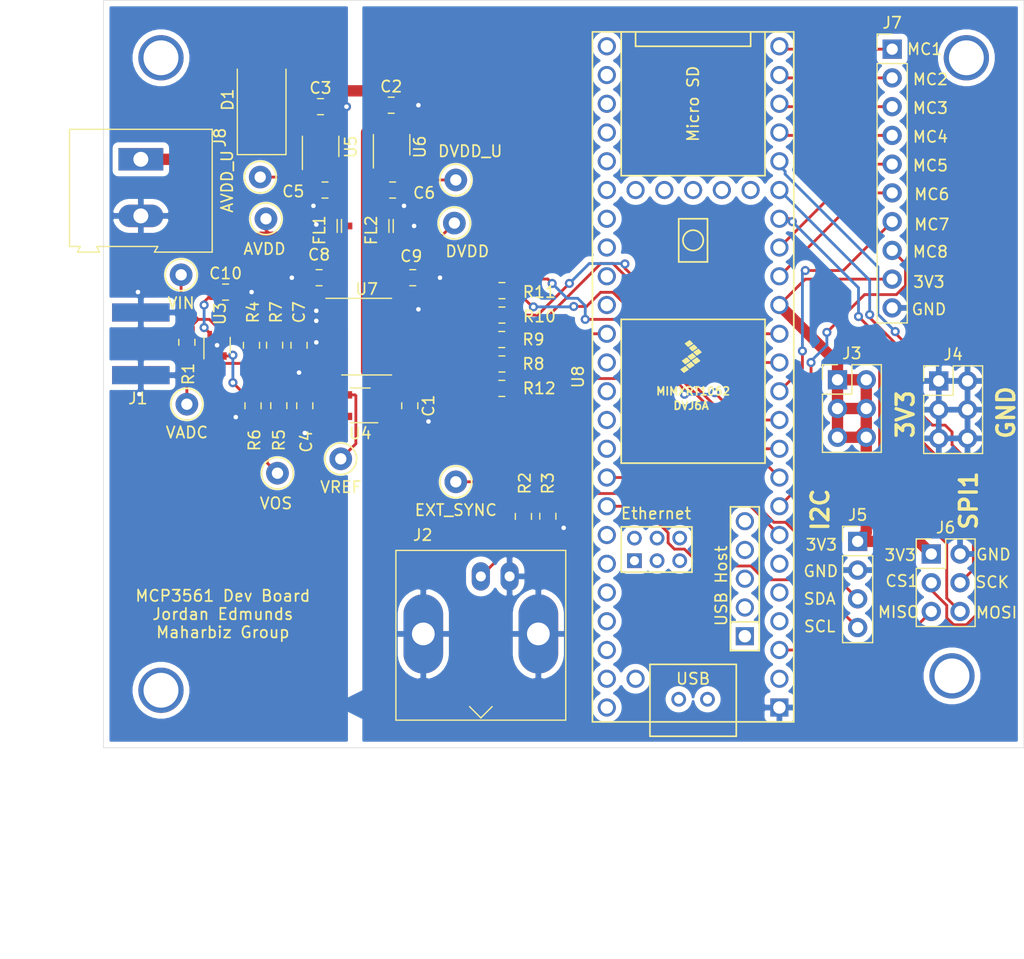
<source format=kicad_pcb>
(kicad_pcb (version 20171130) (host pcbnew "(5.1.6-0-10_14)")
  (layers (0 F.Cu signal) (31 B.Cu signal) (34 B.Paste user) (35 F.Paste user) (36 B.SilkS user) (37 F.SilkS user) (38 B.Mask user) (39 F.Mask user) (44 Edge.Cuts user))
  (net 0 "")
  (net 1 GND)
  (net 2 +7.5V)
  (net 3 /VREF)
  (net 4 /AVDD_U)
  (net 5 /DVDD_U)
  (net 6 /VADC_F)
  (net 7 /AVDD)
  (net 8 /DVDD)
  (net 9 "Net-(J1-Pad1)")
  (net 10 /EXT_SYNCI)
  (net 11 /3V3)
  (net 12 /SCL)
  (net 13 /SDA)
  (net 14 /MOSI1)
  (net 15 /MISO1)
  (net 16 /SCK1)
  (net 17 /CS1)
  (net 18 /MC8)
  (net 19 /MC7)
  (net 20 /MC6)
  (net 21 /MC5)
  (net 22 /MC4)
  (net 23 /MC3)
  (net 24 /MC2)
  (net 25 /MC1)
  (net 26 /VIN)
  (net 27 /EXT_SYNC)
  (net 28 /VADC)
  (net 29 /VOS)
  (net 30 /SCK_A)
  (net 31 /SCK)
  (net 32 /SDI)
  (net 33 /MOSI)
  (net 34 /SDO)
  (net 35 /MISO)
  (net 36 /~IRQ_A)
  (net 37 /~IRQ)
  (net 38 "Net-(U4-Pad5)")
  (net 39 "Net-(U4-Pad1)")
  (net 40 "Net-(U5-Pad5)")
  (net 41 "Net-(U5-Pad3)")
  (net 42 "Net-(U6-Pad5)")
  (net 43 "Net-(U6-Pad3)")
  (net 44 /MCLK)
  (net 45 /~CS)
  (net 46 "Net-(U7-Pad12)")
  (net 47 "Net-(U7-Pad11)")
  (net 48 "Net-(U7-Pad10)")
  (net 49 "Net-(U7-Pad9)")
  (net 50 "Net-(U7-Pad8)")
  (net 51 "Net-(U7-Pad7)")
  (net 52 "Net-(U8-Pad67)")
  (net 53 "Net-(U8-Pad66)")
  (net 54 "Net-(U8-Pad54)")
  (net 55 "Net-(U8-Pad53)")
  (net 56 "Net-(U8-Pad52)")
  (net 57 "Net-(U8-Pad51)")
  (net 58 "Net-(U8-Pad50)")
  (net 59 "Net-(U8-Pad62)")
  (net 60 "Net-(U8-Pad63)")
  (net 61 "Net-(U8-Pad64)")
  (net 62 "Net-(U8-Pad61)")
  (net 63 "Net-(U8-Pad65)")
  (net 64 "Net-(U8-Pad60)")
  (net 65 "Net-(U8-Pad25)")
  (net 66 "Net-(U8-Pad34)")
  (net 67 "Net-(U8-Pad6)")
  (net 68 "Net-(U8-Pad5)")
  (net 69 "Net-(U8-Pad4)")
  (net 70 "Net-(U8-Pad2)")
  (net 71 "Net-(U8-Pad36)")
  (net 72 "Net-(U8-Pad37)")
  (net 73 "Net-(U8-Pad38)")
  (net 74 "Net-(U8-Pad39)")
  (net 75 "Net-(U8-Pad42)")
  (net 76 "Net-(U8-Pad43)")
  (net 77 "Net-(U8-Pad44)")
  (net 78 "Net-(U8-Pad45)")
  (net 79 "Net-(U8-Pad46)")
  (net 80 "Net-(U8-Pad47)")
  (net 81 "Net-(U8-Pad48)")
  (net 82 "Net-(U8-Pad55)")
  (net 83 "Net-(U8-Pad56)")
  (net 84 "Net-(U8-Pad57)")
  (net 85 "Net-(U8-Pad58)")
  (net 86 "Net-(U8-Pad59)")
  (net 87 "Net-(U8-Pad49)")
  (net 88 "Net-(U8-Pad30)")
  (net 89 "Net-(U8-Pad31)")
  (net 90 "Net-(U8-Pad32)")
  (net 91 "Net-(U8-Pad33)")
  (net 92 "Net-(U8-Pad28)")
  (net 93 "Net-(U8-Pad29)")
  (net 94 "Net-(U8-Pad26)")
  (net 95 "Net-(U8-Pad27)")
  (net 96 /~CS_A)
  (net 97 "Net-(D1-Pad1)")
  (module my_library_foot:TestPoint_Keystone_5000-5004_Miniature (layer F.Cu) (at 122.555 76.835)
    (fp_text reference TP9)
    (fp_text value EXT_SYNC (at 0 2.5) (layer F.SilkS))
    (pad 1 thru_hole circle (at 0 0) (size 2 2) (drill 1) (layers *.Cu *.Mask) (net 27 /EXT_SYNC))
  )
  (module my_library_foot:BNC_JACK_RA (layer F.Cu) (at 124.7648 80.6196 180)
    (fp_text reference J2 (at 5.1308 -0.9144) (layer F.SilkS))
    (fp_text value Conn_Coaxial)
    (pad 2 thru_hole oval (at 5.08 -9.652 180) (size 3.5 7) (drill 2.01) (layers *.Cu *.Mask) (net 1 GND))
    (pad 1 thru_hole oval (at 0 -4.572 180) (size 1.6 2.5) (drill 0.89) (layers *.Cu *.Mask) (net 10 /EXT_SYNCI))
    (pad 2 thru_hole oval (at -5.08 -9.652 180) (size 3.5 7) (drill 2.01) (layers *.Cu *.Mask) (net 1 GND))
    (pad 2 thru_hole oval (at -2.54 -4.572 180) (size 1.6 2.5) (drill 0.89) (layers *.Cu *.Mask) (net 1 GND))
  )
  (module TerminalBlock:TerminalBlock_Altech_AK300-2_P5.00mm (layer F.Cu) (at 94.742 48.34 270)
    (fp_text reference J8 (at -1.92 -6.99 90) (layer F.SilkS))
    (fp_text value Screw_Terminal_01x02)
    (pad 2 thru_hole oval (at 5 0 270) (size 1.98 3.96) (drill 1.32) (layers *.Cu *.Mask) (net 1 GND))
    (pad 1 thru_hole rect (at 0 0 270) (size 1.98 3.96) (drill 1.32) (layers *.Cu *.Mask) (net 97 "Net-(D1-Pad1)"))
  )
  (module Resistor_SMD:R_0805_2012Metric_Pad1.15x1.40mm_HandSolder (layer F.Cu) (at 126.619 68.58 180)
    (fp_text reference R12 (at -3.302 0) (layer F.SilkS))
    (fp_text value R_US)
    (pad 2 smd roundrect (at 1.025 0 180) (size 1.15 1.4) (layers F.Cu F.Paste F.Mask) (roundrect_rratio 0.217391) (net 96 /~CS_A))
    (pad 1 smd roundrect (at -1.025 0 180) (size 1.15 1.4) (layers F.Cu F.Paste F.Mask) (roundrect_rratio 0.217391) (net 45 /~CS))
  )
  (module Capacitor_SMD:C_0805_2012Metric_Pad1.15x1.40mm_HandSolder (layer F.Cu) (at 102.226 60.071)
    (fp_text reference C10 (at 0 -1.65) (layer F.SilkS))
    (fp_text value 470nF)
    (pad 2 smd roundrect (at 1.025 0) (size 1.15 1.4) (layers F.Cu F.Paste F.Mask) (roundrect_rratio 0.217391) (net 1 GND))
    (pad 1 smd roundrect (at -1.025 0) (size 1.15 1.4) (layers F.Cu F.Paste F.Mask) (roundrect_rratio 0.217391) (net 7 /AVDD))
  )
  (module Package_SO:TSSOP-20_4.4x6.5mm_P0.65mm (layer F.Cu) (at 114.681 64.008)
    (fp_text reference U7 (at 0 -4.2) (layer F.SilkS))
    (fp_text value MCP3561)
    (pad 20 smd roundrect (at 2.8625 -2.925) (size 1.475 0.4) (layers F.Cu F.Paste F.Mask) (net 8 /DVDD))
    (pad 19 smd roundrect (at 2.8625 -2.275) (size 1.475 0.4) (layers F.Cu F.Paste F.Mask) (net 1 GND))
    (pad 18 smd roundrect (at 2.8625 -1.625) (size 1.475 0.4) (layers F.Cu F.Paste F.Mask) (net 44 /MCLK))
    (pad 17 smd roundrect (at 2.8625 -0.975) (size 1.475 0.4) (layers F.Cu F.Paste F.Mask) (net 36 /~IRQ_A))
    (pad 16 smd roundrect (at 2.8625 -0.325) (size 1.475 0.4) (layers F.Cu F.Paste F.Mask) (net 34 /SDO))
    (pad 15 smd roundrect (at 2.8625 0.325) (size 1.475 0.4) (layers F.Cu F.Paste F.Mask) (net 32 /SDI))
    (pad 14 smd roundrect (at 2.8625 0.975) (size 1.475 0.4) (layers F.Cu F.Paste F.Mask) (net 30 /SCK_A))
    (pad 13 smd roundrect (at 2.8625 1.625) (size 1.475 0.4) (layers F.Cu F.Paste F.Mask) (net 96 /~CS_A))
    (pad 12 smd roundrect (at 2.8625 2.275) (size 1.475 0.4) (layers F.Cu F.Paste F.Mask) (net 46 "Net-(U7-Pad12)"))
    (pad 11 smd roundrect (at 2.8625 2.925) (size 1.475 0.4) (layers F.Cu F.Paste F.Mask) (net 47 "Net-(U7-Pad11)"))
    (pad 10 smd roundrect (at -2.8625 2.925) (size 1.475 0.4) (layers F.Cu F.Paste F.Mask) (net 48 "Net-(U7-Pad10)"))
    (pad 9 smd roundrect (at -2.8625 2.275) (size 1.475 0.4) (layers F.Cu F.Paste F.Mask) (net 49 "Net-(U7-Pad9)"))
    (pad 8 smd roundrect (at -2.8625 1.625) (size 1.475 0.4) (layers F.Cu F.Paste F.Mask) (net 50 "Net-(U7-Pad8)"))
    (pad 7 smd roundrect (at -2.8625 0.975) (size 1.475 0.4) (layers F.Cu F.Paste F.Mask) (net 51 "Net-(U7-Pad7)"))
    (pad 6 smd roundrect (at -2.8625 0.325) (size 1.475 0.4) (layers F.Cu F.Paste F.Mask) (net 1 GND))
    (pad 5 smd roundrect (at -2.8625 -0.325) (size 1.475 0.4) (layers F.Cu F.Paste F.Mask) (net 6 /VADC_F))
    (pad 4 smd roundrect (at -2.8625 -0.975) (size 1.475 0.4) (layers F.Cu F.Paste F.Mask) (net 3 /VREF))
    (pad 3 smd roundrect (at -2.8625 -1.625) (size 1.475 0.4) (layers F.Cu F.Paste F.Mask) (net 1 GND))
    (pad 2 smd roundrect (at -2.8625 -2.275) (size 1.475 0.4) (layers F.Cu F.Paste F.Mask) (net 1 GND))
    (pad 1 smd roundrect (at -2.8625 -2.925) (size 1.475 0.4) (layers F.Cu F.Paste F.Mask) (net 7 /AVDD))
  )
  (module teensy:Teensy41 (layer F.Cu) (at 143.51 67.564 90)
    (fp_text reference U8 (at 0 -10.16 90) (layer F.SilkS))
    (fp_text value Teensy4.1)
    (fp_text user "USB Host" (at -18.4658 2.4892 90) (layer F.SilkS))
    (fp_text user Ethernet (at -12.065 -3.2766) (layer F.SilkS))
    (fp_text user USB (at -26.67 0 180) (layer F.SilkS))
    (fp_text user "Micro SD" (at 24.13 0 90) (layer F.SilkS))
    (fp_text user MIMXRT1062 (at -1.27 0 180) (layer F.SilkS) (effects (font (size 0.7 0.7))))
    (fp_text user DVJ6A (at -2.54 -0.18 180) (layer F.SilkS) (effects (font (size 0.7 0.7))))
    (pad 67 thru_hole circle (at -28.48 -1.27 90) (size 1.3 1.3) (drill 0.8) (layers *.Cu *.Mask) (net 52 "Net-(U8-Pad67)"))
    (pad 66 thru_hole circle (at -28.48 1.27 90) (size 1.3 1.3) (drill 0.8) (layers *.Cu *.Mask) (net 53 "Net-(U8-Pad66)"))
    (pad 54 thru_hole circle (at 16.51 -5.08 90) (size 1.6 1.6) (drill 1.1) (layers *.Cu *.Mask) (net 54 "Net-(U8-Pad54)"))
    (pad 53 thru_hole circle (at 16.51 -2.54 90) (size 1.6 1.6) (drill 1.1) (layers *.Cu *.Mask) (net 55 "Net-(U8-Pad53)"))
    (pad 52 thru_hole circle (at 16.51 0 90) (size 1.6 1.6) (drill 1.1) (layers *.Cu *.Mask) (net 56 "Net-(U8-Pad52)"))
    (pad 51 thru_hole circle (at 16.51 2.54 90) (size 1.6 1.6) (drill 1.1) (layers *.Cu *.Mask) (net 57 "Net-(U8-Pad51)"))
    (pad 50 thru_hole circle (at 16.51 5.08 90) (size 1.6 1.6) (drill 1.1) (layers *.Cu *.Mask) (net 58 "Net-(U8-Pad50)"))
    (pad 62 thru_hole circle (at -16.24 -1.1816 90) (size 1.3 1.3) (drill 0.8) (layers *.Cu *.Mask) (net 59 "Net-(U8-Pad62)"))
    (pad 63 thru_hole circle (at -14.24 -1.1816 90) (size 1.3 1.3) (drill 0.8) (layers *.Cu *.Mask) (net 60 "Net-(U8-Pad63)"))
    (pad 64 thru_hole circle (at -14.24 -3.1816 90) (size 1.3 1.3) (drill 0.8) (layers *.Cu *.Mask) (net 61 "Net-(U8-Pad64)"))
    (pad 61 thru_hole circle (at -16.24 -3.1816 90) (size 1.3 1.3) (drill 0.8) (layers *.Cu *.Mask) (net 62 "Net-(U8-Pad61)"))
    (pad 65 thru_hole circle (at -14.24 -5.1816 90) (size 1.3 1.3) (drill 0.8) (layers *.Cu *.Mask) (net 63 "Net-(U8-Pad65)"))
    (pad 60 thru_hole rect (at -16.24 -5.1816 90) (size 1.3 1.3) (drill 0.8) (layers *.Cu *.Mask) (net 64 "Net-(U8-Pad60)"))
    (pad 17 thru_hole circle (at 11.43 7.62 90) (size 1.6 1.6) (drill 1.1) (layers *.Cu *.Mask) (net 21 /MC5))
    (pad 18 thru_hole circle (at 13.97 7.62 90) (size 1.6 1.6) (drill 1.1) (layers *.Cu *.Mask) (net 14 /MOSI1))
    (pad 19 thru_hole circle (at 16.51 7.62 90) (size 1.6 1.6) (drill 1.1) (layers *.Cu *.Mask) (net 16 /SCK1))
    (pad 20 thru_hole circle (at 19.05 7.62 90) (size 1.6 1.6) (drill 1.1) (layers *.Cu *.Mask) (net 17 /CS1))
    (pad 16 thru_hole circle (at 8.89 7.62 90) (size 1.6 1.6) (drill 1.1) (layers *.Cu *.Mask) (net 20 /MC6))
    (pad 15 thru_hole circle (at 6.35 7.62 90) (size 1.6 1.6) (drill 1.1) (layers *.Cu *.Mask) (net 11 /3V3))
    (pad 14 thru_hole circle (at 3.81 7.62 90) (size 1.6 1.6) (drill 1.1) (layers *.Cu *.Mask) (net 35 /MISO))
    (pad 21 thru_hole circle (at 21.59 7.62 90) (size 1.6 1.6) (drill 1.1) (layers *.Cu *.Mask) (net 22 /MC4))
    (pad 22 thru_hole circle (at 24.13 7.62 90) (size 1.6 1.6) (drill 1.1) (layers *.Cu *.Mask) (net 23 /MC3))
    (pad 23 thru_hole circle (at 26.67 7.62 90) (size 1.6 1.6) (drill 1.1) (layers *.Cu *.Mask) (net 24 /MC2))
    (pad 24 thru_hole circle (at 29.21 7.62 90) (size 1.6 1.6) (drill 1.1) (layers *.Cu *.Mask) (net 25 /MC1))
    (pad 25 thru_hole circle (at 29.21 -7.62 90) (size 1.6 1.6) (drill 1.1) (layers *.Cu *.Mask) (net 65 "Net-(U8-Pad25)"))
    (pad 26 thru_hole circle (at 26.67 -7.62 90) (size 1.6 1.6) (drill 1.1) (layers *.Cu *.Mask) (net 94 "Net-(U8-Pad26)"))
    (pad 27 thru_hole circle (at 24.13 -7.62 90) (size 1.6 1.6) (drill 1.1) (layers *.Cu *.Mask) (net 95 "Net-(U8-Pad27)"))
    (pad 28 thru_hole circle (at 21.59 -7.62 90) (size 1.6 1.6) (drill 1.1) (layers *.Cu *.Mask) (net 92 "Net-(U8-Pad28)"))
    (pad 29 thru_hole circle (at 19.05 -7.62 90) (size 1.6 1.6) (drill 1.1) (layers *.Cu *.Mask) (net 93 "Net-(U8-Pad29)"))
    (pad 30 thru_hole circle (at 16.51 -7.62 90) (size 1.6 1.6) (drill 1.1) (layers *.Cu *.Mask) (net 88 "Net-(U8-Pad30)"))
    (pad 31 thru_hole circle (at 13.97 -7.62 90) (size 1.6 1.6) (drill 1.1) (layers *.Cu *.Mask) (net 89 "Net-(U8-Pad31)"))
    (pad 32 thru_hole circle (at 11.43 -7.62 90) (size 1.6 1.6) (drill 1.1) (layers *.Cu *.Mask) (net 90 "Net-(U8-Pad32)"))
    (pad 33 thru_hole circle (at 8.89 -7.62 90) (size 1.6 1.6) (drill 1.1) (layers *.Cu *.Mask) (net 91 "Net-(U8-Pad33)"))
    (pad 34 thru_hole circle (at 6.35 -7.62 90) (size 1.6 1.6) (drill 1.1) (layers *.Cu *.Mask) (net 66 "Net-(U8-Pad34)"))
    (pad 13 thru_hole circle (at 1.27 7.62 90) (size 1.6 1.6) (drill 1.1) (layers *.Cu *.Mask) (net 33 /MOSI))
    (pad 12 thru_hole circle (at -1.27 7.62 90) (size 1.6 1.6) (drill 1.1) (layers *.Cu *.Mask) (net 19 /MC7))
    (pad 11 thru_hole circle (at -3.81 7.62 90) (size 1.6 1.6) (drill 1.1) (layers *.Cu *.Mask) (net 45 /~CS))
    (pad 10 thru_hole circle (at -6.35 7.62 90) (size 1.6 1.6) (drill 1.1) (layers *.Cu *.Mask) (net 37 /~IRQ))
    (pad 9 thru_hole circle (at -8.89 7.62 90) (size 1.6 1.6) (drill 1.1) (layers *.Cu *.Mask) (net 44 /MCLK))
    (pad 8 thru_hole circle (at -11.43 7.62 90) (size 1.6 1.6) (drill 1.1) (layers *.Cu *.Mask) (net 18 /MC8))
    (pad 7 thru_hole circle (at -13.97 7.62 90) (size 1.6 1.6) (drill 1.1) (layers *.Cu *.Mask) (net 27 /EXT_SYNC))
    (pad 6 thru_hole circle (at -16.51 7.62 90) (size 1.6 1.6) (drill 1.1) (layers *.Cu *.Mask) (net 67 "Net-(U8-Pad6)"))
    (pad 5 thru_hole circle (at -19.05 7.62 90) (size 1.6 1.6) (drill 1.1) (layers *.Cu *.Mask) (net 68 "Net-(U8-Pad5)"))
    (pad 4 thru_hole circle (at -21.59 7.62 90) (size 1.6 1.6) (drill 1.1) (layers *.Cu *.Mask) (net 69 "Net-(U8-Pad4)"))
    (pad 3 thru_hole circle (at -24.13 7.62 90) (size 1.6 1.6) (drill 1.1) (layers *.Cu *.Mask) (net 15 /MISO1))
    (pad 2 thru_hole circle (at -26.67 7.62 90) (size 1.6 1.6) (drill 1.1) (layers *.Cu *.Mask) (net 70 "Net-(U8-Pad2)"))
    (pad 1 thru_hole rect (at -29.21 7.62 90) (size 1.6 1.6) (drill 1.1) (layers *.Cu *.Mask) (net 1 GND))
    (pad 35 thru_hole circle (at 3.81 -7.62 90) (size 1.6 1.6) (drill 1.1) (layers *.Cu *.Mask) (net 31 /SCK))
    (pad 36 thru_hole circle (at 1.27 -7.62 90) (size 1.6 1.6) (drill 1.1) (layers *.Cu *.Mask) (net 71 "Net-(U8-Pad36)"))
    (pad 37 thru_hole circle (at -1.27 -7.62 90) (size 1.6 1.6) (drill 1.1) (layers *.Cu *.Mask) (net 72 "Net-(U8-Pad37)"))
    (pad 38 thru_hole circle (at -3.81 -7.62 90) (size 1.6 1.6) (drill 1.1) (layers *.Cu *.Mask) (net 73 "Net-(U8-Pad38)"))
    (pad 39 thru_hole circle (at -6.35 -7.62 90) (size 1.6 1.6) (drill 1.1) (layers *.Cu *.Mask) (net 74 "Net-(U8-Pad39)"))
    (pad 40 thru_hole circle (at -8.89 -7.62 90) (size 1.6 1.6) (drill 1.1) (layers *.Cu *.Mask) (net 13 /SDA))
    (pad 41 thru_hole circle (at -11.43 -7.62 90) (size 1.6 1.6) (drill 1.1) (layers *.Cu *.Mask) (net 12 /SCL))
    (pad 42 thru_hole circle (at -13.97 -7.62 90) (size 1.6 1.6) (drill 1.1) (layers *.Cu *.Mask) (net 75 "Net-(U8-Pad42)"))
    (pad 43 thru_hole circle (at -16.51 -7.62 90) (size 1.6 1.6) (drill 1.1) (layers *.Cu *.Mask) (net 76 "Net-(U8-Pad43)"))
    (pad 44 thru_hole circle (at -19.05 -7.62 90) (size 1.6 1.6) (drill 1.1) (layers *.Cu *.Mask) (net 77 "Net-(U8-Pad44)"))
    (pad 45 thru_hole circle (at -21.59 -7.62 90) (size 1.6 1.6) (drill 1.1) (layers *.Cu *.Mask) (net 78 "Net-(U8-Pad45)"))
    (pad 46 thru_hole circle (at -24.13 -7.62 90) (size 1.6 1.6) (drill 1.1) (layers *.Cu *.Mask) (net 79 "Net-(U8-Pad46)"))
    (pad 47 thru_hole circle (at -26.67 -7.62 90) (size 1.6 1.6) (drill 1.1) (layers *.Cu *.Mask) (net 80 "Net-(U8-Pad47)"))
    (pad 48 thru_hole circle (at -29.21 -7.62 90) (size 1.6 1.6) (drill 1.1) (layers *.Cu *.Mask) (net 81 "Net-(U8-Pad48)"))
    (pad 55 thru_hole rect (at -22.9108 4.5692 90) (size 1.6 1.6) (drill 1.1) (layers *.Cu *.Mask) (net 82 "Net-(U8-Pad55)"))
    (pad 56 thru_hole circle (at -20.3708 4.5692 90) (size 1.6 1.6) (drill 1.1) (layers *.Cu *.Mask) (net 83 "Net-(U8-Pad56)"))
    (pad 57 thru_hole circle (at -17.8308 4.5692 90) (size 1.6 1.6) (drill 1.1) (layers *.Cu *.Mask) (net 84 "Net-(U8-Pad57)"))
    (pad 58 thru_hole circle (at -15.2908 4.5692 90) (size 1.6 1.6) (drill 1.1) (layers *.Cu *.Mask) (net 85 "Net-(U8-Pad58)"))
    (pad 59 thru_hole circle (at -12.7508 4.5692 90) (size 1.6 1.6) (drill 1.1) (layers *.Cu *.Mask) (net 86 "Net-(U8-Pad59)"))
    (pad 49 thru_hole circle (at -26.67 -5.08 90) (size 1.6 1.6) (drill 1.1) (layers *.Cu *.Mask) (net 87 "Net-(U8-Pad49)"))
  )
  (module Package_TO_SOT_SMD:SOT-23-6_Handsoldering (layer F.Cu) (at 116.887 47.056 90)
    (fp_text reference U6 (at -0.188 2.493 90) (layer F.SilkS))
    (fp_text value ADP3330-X)
    (pad 5 smd rect (at 1.35 0 90) (size 1.56 0.65) (layers F.Cu F.Paste F.Mask) (net 42 "Net-(U6-Pad5)"))
    (pad 6 smd rect (at 1.35 -0.95 90) (size 1.56 0.65) (layers F.Cu F.Paste F.Mask) (net 2 +7.5V))
    (pad 4 smd rect (at 1.35 0.95 90) (size 1.56 0.65) (layers F.Cu F.Paste F.Mask) (net 1 GND))
    (pad 3 smd rect (at -1.35 0.95 90) (size 1.56 0.65) (layers F.Cu F.Paste F.Mask) (net 43 "Net-(U6-Pad3)"))
    (pad 2 smd rect (at -1.35 0 90) (size 1.56 0.65) (layers F.Cu F.Paste F.Mask) (net 2 +7.5V))
    (pad 1 smd rect (at -1.35 -0.95 90) (size 1.56 0.65) (layers F.Cu F.Paste F.Mask) (net 5 /DVDD_U))
  )
  (module Package_TO_SOT_SMD:SOT-23-6_Handsoldering (layer F.Cu) (at 110.617 47.197 90)
    (fp_text reference U5 (at -0.047 2.667 90) (layer F.SilkS))
    (fp_text value ADP3330-X)
    (pad 5 smd rect (at 1.35 0 90) (size 1.56 0.65) (layers F.Cu F.Paste F.Mask) (net 40 "Net-(U5-Pad5)"))
    (pad 6 smd rect (at 1.35 -0.95 90) (size 1.56 0.65) (layers F.Cu F.Paste F.Mask) (net 2 +7.5V))
    (pad 4 smd rect (at 1.35 0.95 90) (size 1.56 0.65) (layers F.Cu F.Paste F.Mask) (net 1 GND))
    (pad 3 smd rect (at -1.35 0.95 90) (size 1.56 0.65) (layers F.Cu F.Paste F.Mask) (net 41 "Net-(U5-Pad3)"))
    (pad 2 smd rect (at -1.35 0 90) (size 1.56 0.65) (layers F.Cu F.Paste F.Mask) (net 2 +7.5V))
    (pad 1 smd rect (at -1.35 -0.95 90) (size 1.56 0.65) (layers F.Cu F.Paste F.Mask) (net 4 /AVDD_U))
  )
  (module Package_TO_SOT_SMD:TSOT-23-5_HandSoldering (layer F.Cu) (at 114.114 70.104 180)
    (fp_text reference U4 (at 0 -2.45) (layer F.SilkS))
    (fp_text value ADR366)
    (pad 5 smd rect (at 1.71 -0.95 180) (size 2 0.65) (layers F.Cu F.Paste F.Mask) (net 38 "Net-(U4-Pad5)"))
    (pad 4 smd rect (at 1.71 0.95 180) (size 2 0.65) (layers F.Cu F.Paste F.Mask) (net 3 /VREF))
    (pad 3 smd rect (at -1.71 0.95 180) (size 2 0.65) (layers F.Cu F.Paste F.Mask) (net 2 +7.5V))
    (pad 2 smd rect (at -1.71 0 180) (size 2 0.65) (layers F.Cu F.Paste F.Mask) (net 1 GND))
    (pad 1 smd rect (at -1.71 -0.95 180) (size 2 0.65) (layers F.Cu F.Paste F.Mask) (net 39 "Net-(U4-Pad1)"))
  )
  (module Package_TO_SOT_SMD:SOT-353_SC-70-5 (layer F.Cu) (at 101.473 64.77 90)
    (fp_text reference U3 (at 2.794 0.254 90) (layer F.SilkS))
    (fp_text value TLV9051)
    (pad 5 smd rect (at 0.95 -0.65 90) (size 0.65 0.4) (layers F.Cu F.Paste F.Mask) (net 7 /AVDD))
    (pad 4 smd rect (at 0.95 0.65 90) (size 0.65 0.4) (layers F.Cu F.Paste F.Mask) (net 26 /VIN))
    (pad 2 smd rect (at -0.95 0 90) (size 0.65 0.4) (layers F.Cu F.Paste F.Mask) (net 1 GND))
    (pad 3 smd rect (at -0.95 0.65 90) (size 0.65 0.4) (layers F.Cu F.Paste F.Mask) (net 29 /VOS))
    (pad 1 smd rect (at -0.95 -0.65 90) (size 0.65 0.4) (layers F.Cu F.Paste F.Mask) (net 28 /VADC))
  )
  (module my_library_foot:TestPoint_Keystone_5000-5004_Miniature (layer F.Cu) (at 122.428 53.975)
    (fp_text reference TP8)
    (fp_text value DVDD (at 1.143 2.5) (layer F.SilkS))
    (pad 1 thru_hole circle (at 0 0) (size 2 2) (drill 1) (layers *.Cu *.Mask) (net 8 /DVDD))
  )
  (module my_library_foot:TestPoint_Keystone_5000-5004_Miniature (layer F.Cu) (at 105.791 53.594)
    (fp_text reference TP7)
    (fp_text value AVDD (at -0.127 2.667) (layer F.SilkS))
    (pad 1 thru_hole circle (at 0 0) (size 2 2) (drill 1) (layers *.Cu *.Mask) (net 7 /AVDD))
  )
  (module my_library_foot:TestPoint_Keystone_5000-5004_Miniature (layer F.Cu) (at 122.555 50.165)
    (fp_text reference TP6)
    (fp_text value DVDD_U (at 1.27 -2.54) (layer F.SilkS))
    (pad 1 thru_hole circle (at 0 0) (size 2 2) (drill 1) (layers *.Cu *.Mask) (net 5 /DVDD_U))
  )
  (module my_library_foot:TestPoint_Keystone_5000-5004_Miniature (layer F.Cu) (at 105.283 49.911)
    (fp_text reference TP5)
    (fp_text value AVDD_U (at -2.921 0.381 90) (layer F.SilkS))
    (pad 1 thru_hole circle (at 0 0) (size 2 2) (drill 1) (layers *.Cu *.Mask) (net 4 /AVDD_U))
  )
  (module my_library_foot:TestPoint_Keystone_5000-5004_Miniature (layer F.Cu) (at 112.395 74.803)
    (fp_text reference TP4)
    (fp_text value VREF (at 0 2.5) (layer F.SilkS))
    (pad 1 thru_hole circle (at 0 0) (size 2 2) (drill 1) (layers *.Cu *.Mask) (net 3 /VREF))
  )
  (module my_library_foot:TestPoint_Keystone_5000-5004_Miniature (layer F.Cu) (at 98.806 69.977)
    (fp_text reference TP3)
    (fp_text value VADC (at 0 2.5) (layer F.SilkS))
    (pad 1 thru_hole circle (at 0 0) (size 2 2) (drill 1) (layers *.Cu *.Mask) (net 28 /VADC))
  )
  (module my_library_foot:TestPoint_Keystone_5000-5004_Miniature (layer F.Cu) (at 98.298 58.547)
    (fp_text reference TP2)
    (fp_text value VIN (at 0 2.5) (layer F.SilkS))
    (pad 1 thru_hole circle (at 0 0) (size 2 2) (drill 1) (layers *.Cu *.Mask) (net 26 /VIN))
  )
  (module my_library_foot:TestPoint_Keystone_5000-5004_Miniature (layer F.Cu) (at 106.807 76.073)
    (fp_text reference TP1)
    (fp_text value VOS (at -0.127 2.667) (layer F.SilkS))
    (pad 1 thru_hole circle (at 0 0) (size 2 2) (drill 1) (layers *.Cu *.Mask) (net 29 /VOS))
  )
  (module Resistor_SMD:R_0805_2012Metric_Pad1.15x1.40mm_HandSolder (layer F.Cu) (at 126.628 59.944 180)
    (fp_text reference R11 (at -3.293 -0.127) (layer F.SilkS))
    (fp_text value 10R)
    (pad 2 smd roundrect (at 1.025 0 180) (size 1.15 1.4) (layers F.Cu F.Paste F.Mask) (roundrect_rratio 0.217391) (net 36 /~IRQ_A))
    (pad 1 smd roundrect (at -1.025 0 180) (size 1.15 1.4) (layers F.Cu F.Paste F.Mask) (roundrect_rratio 0.217391) (net 37 /~IRQ))
  )
  (module Resistor_SMD:R_0805_2012Metric_Pad1.15x1.40mm_HandSolder (layer F.Cu) (at 126.628 62.103 180)
    (fp_text reference R10 (at -3.311 -0.127) (layer F.SilkS))
    (fp_text value 10R)
    (pad 2 smd roundrect (at 1.025 0 180) (size 1.15 1.4) (layers F.Cu F.Paste F.Mask) (roundrect_rratio 0.217391) (net 34 /SDO))
    (pad 1 smd roundrect (at -1.025 0 180) (size 1.15 1.4) (layers F.Cu F.Paste F.Mask) (roundrect_rratio 0.217391) (net 35 /MISO))
  )
  (module Resistor_SMD:R_0805_2012Metric_Pad1.15x1.40mm_HandSolder (layer F.Cu) (at 126.61 64.262 180)
    (fp_text reference R9 (at -2.803 0) (layer F.SilkS))
    (fp_text value 10R)
    (pad 2 smd roundrect (at 1.025 0 180) (size 1.15 1.4) (layers F.Cu F.Paste F.Mask) (roundrect_rratio 0.217391) (net 32 /SDI))
    (pad 1 smd roundrect (at -1.025 0 180) (size 1.15 1.4) (layers F.Cu F.Paste F.Mask) (roundrect_rratio 0.217391) (net 33 /MOSI))
  )
  (module Resistor_SMD:R_0805_2012Metric_Pad1.15x1.40mm_HandSolder (layer F.Cu) (at 126.628 66.421 180)
    (fp_text reference R8 (at -2.785 0) (layer F.SilkS))
    (fp_text value 10R)
    (pad 2 smd roundrect (at 1.025 0 180) (size 1.15 1.4) (layers F.Cu F.Paste F.Mask) (roundrect_rratio 0.217391) (net 30 /SCK_A))
    (pad 1 smd roundrect (at -1.025 0 180) (size 1.15 1.4) (layers F.Cu F.Paste F.Mask) (roundrect_rratio 0.217391) (net 31 /SCK))
  )
  (module Resistor_SMD:R_0805_2012Metric_Pad1.15x1.40mm_HandSolder (layer F.Cu) (at 106.553 64.761 270)
    (fp_text reference R7 (at -2.912 -0.127 90) (layer F.SilkS))
    (fp_text value 100R)
    (pad 2 smd roundrect (at 1.025 0 270) (size 1.15 1.4) (layers F.Cu F.Paste F.Mask) (roundrect_rratio 0.217391) (net 28 /VADC))
    (pad 1 smd roundrect (at -1.025 0 270) (size 1.15 1.4) (layers F.Cu F.Paste F.Mask) (roundrect_rratio 0.217391) (net 6 /VADC_F))
  )
  (module Resistor_SMD:R_0805_2012Metric_Pad1.15x1.40mm_HandSolder (layer F.Cu) (at 104.648 70.113 270)
    (fp_text reference R6 (at 3.039 -0.127 90) (layer F.SilkS))
    (fp_text value 1k)
    (pad 2 smd roundrect (at 1.025 0 270) (size 1.15 1.4) (layers F.Cu F.Paste F.Mask) (roundrect_rratio 0.217391) (net 1 GND))
    (pad 1 smd roundrect (at -1.025 0 270) (size 1.15 1.4) (layers F.Cu F.Paste F.Mask) (roundrect_rratio 0.217391) (net 29 /VOS))
  )
  (module Resistor_SMD:R_0805_2012Metric_Pad1.15x1.40mm_HandSolder (layer F.Cu) (at 106.925 70.104 90)
    (fp_text reference R5 (at -3.048 0.009 90) (layer F.SilkS))
    (fp_text value 3k)
    (pad 2 smd roundrect (at 1.025 0 90) (size 1.15 1.4) (layers F.Cu F.Paste F.Mask) (roundrect_rratio 0.217391) (net 29 /VOS))
    (pad 1 smd roundrect (at -1.025 0 90) (size 1.15 1.4) (layers F.Cu F.Paste F.Mask) (roundrect_rratio 0.217391) (net 3 /VREF))
  )
  (module Resistor_SMD:R_0805_2012Metric_Pad1.15x1.40mm_HandSolder (layer F.Cu) (at 104.512 64.77 90)
    (fp_text reference R4 (at 2.921 0.136 90) (layer F.SilkS))
    (fp_text value 10k)
    (pad 2 smd roundrect (at 1.025 0 90) (size 1.15 1.4) (layers F.Cu F.Paste F.Mask) (roundrect_rratio 0.217391) (net 26 /VIN))
    (pad 1 smd roundrect (at -1.025 0 90) (size 1.15 1.4) (layers F.Cu F.Paste F.Mask) (roundrect_rratio 0.217391) (net 28 /VADC))
  )
  (module Resistor_SMD:R_0805_2012Metric_Pad1.15x1.40mm_HandSolder (layer F.Cu) (at 130.683 79.874 270)
    (fp_text reference R3 (at -2.912 0 90) (layer F.SilkS))
    (fp_text value 1k)
    (pad 2 smd roundrect (at 1.025 0 270) (size 1.15 1.4) (layers F.Cu F.Paste F.Mask) (roundrect_rratio 0.217391) (net 1 GND))
    (pad 1 smd roundrect (at -1.025 0 270) (size 1.15 1.4) (layers F.Cu F.Paste F.Mask) (roundrect_rratio 0.217391) (net 27 /EXT_SYNC))
  )
  (module Resistor_SMD:R_0805_2012Metric_Pad1.15x1.40mm_HandSolder (layer F.Cu) (at 128.524 79.892 90)
    (fp_text reference R2 (at 2.93 0.127 90) (layer F.SilkS))
    (fp_text value 320R)
    (pad 2 smd roundrect (at 1.025 0 90) (size 1.15 1.4) (layers F.Cu F.Paste F.Mask) (roundrect_rratio 0.217391) (net 27 /EXT_SYNC))
    (pad 1 smd roundrect (at -1.025 0 90) (size 1.15 1.4) (layers F.Cu F.Paste F.Mask) (roundrect_rratio 0.217391) (net 10 /EXT_SYNCI))
  )
  (module Resistor_SMD:R_0805_2012Metric_Pad1.15x1.40mm_HandSolder (layer F.Cu) (at 98.806 64.507 270)
    (fp_text reference R1 (at 2.803 -0.127 90) (layer F.SilkS))
    (fp_text value 10k)
    (pad 2 smd roundrect (at 1.025 0 270) (size 1.15 1.4) (layers F.Cu F.Paste F.Mask) (roundrect_rratio 0.217391) (net 9 "Net-(J1-Pad1)"))
    (pad 1 smd roundrect (at -1.025 0 270) (size 1.15 1.4) (layers F.Cu F.Paste F.Mask) (roundrect_rratio 0.217391) (net 26 /VIN))
  )
  (module Connector_PinHeader_2.54mm:PinHeader_1x10_P2.54mm_Vertical (layer F.Cu) (at 161.0868 38.608)
    (fp_text reference J7 (at 0 -2.33) (layer F.SilkS))
    (fp_text value Conn_01x10_Male)
    (pad 10 thru_hole oval (at 0 22.86) (size 1.7 1.7) (drill 1) (layers *.Cu *.Mask) (net 1 GND))
    (pad 9 thru_hole oval (at 0 20.32) (size 1.7 1.7) (drill 1) (layers *.Cu *.Mask) (net 11 /3V3))
    (pad 8 thru_hole oval (at 0 17.78) (size 1.7 1.7) (drill 1) (layers *.Cu *.Mask) (net 18 /MC8))
    (pad 7 thru_hole oval (at 0 15.24) (size 1.7 1.7) (drill 1) (layers *.Cu *.Mask) (net 19 /MC7))
    (pad 6 thru_hole oval (at 0 12.7) (size 1.7 1.7) (drill 1) (layers *.Cu *.Mask) (net 20 /MC6))
    (pad 5 thru_hole oval (at 0 10.16) (size 1.7 1.7) (drill 1) (layers *.Cu *.Mask) (net 21 /MC5))
    (pad 4 thru_hole oval (at 0 7.62) (size 1.7 1.7) (drill 1) (layers *.Cu *.Mask) (net 22 /MC4))
    (pad 3 thru_hole oval (at 0 5.08) (size 1.7 1.7) (drill 1) (layers *.Cu *.Mask) (net 23 /MC3))
    (pad 2 thru_hole oval (at 0 2.54) (size 1.7 1.7) (drill 1) (layers *.Cu *.Mask) (net 24 /MC2))
    (pad 1 thru_hole rect (at 0 0) (size 1.7 1.7) (drill 1) (layers *.Cu *.Mask) (net 25 /MC1))
  )
  (module Connector_PinHeader_2.54mm:PinHeader_2x03_P2.54mm_Vertical (layer F.Cu) (at 164.5412 83.2104)
    (fp_text reference J6 (at 1.27 -2.33) (layer F.SilkS))
    (fp_text value Conn_02x03_Counter_Clockwise)
    (pad 6 thru_hole oval (at 2.54 5.08) (size 1.7 1.7) (drill 1) (layers *.Cu *.Mask) (net 14 /MOSI1))
    (pad 5 thru_hole oval (at 0 5.08) (size 1.7 1.7) (drill 1) (layers *.Cu *.Mask) (net 15 /MISO1))
    (pad 4 thru_hole oval (at 2.54 2.54) (size 1.7 1.7) (drill 1) (layers *.Cu *.Mask) (net 16 /SCK1))
    (pad 3 thru_hole oval (at 0 2.54) (size 1.7 1.7) (drill 1) (layers *.Cu *.Mask) (net 17 /CS1))
    (pad 2 thru_hole oval (at 2.54 0) (size 1.7 1.7) (drill 1) (layers *.Cu *.Mask) (net 1 GND))
    (pad 1 thru_hole rect (at 0 0) (size 1.7 1.7) (drill 1) (layers *.Cu *.Mask) (net 11 /3V3))
  )
  (module Connector_PinHeader_2.54mm:PinHeader_1x04_P2.54mm_Vertical (layer F.Cu) (at 158.0388 82.0928)
    (fp_text reference J5 (at 0 -2.33) (layer F.SilkS))
    (fp_text value Conn_01x04)
    (pad 4 thru_hole oval (at 0 7.62) (size 1.7 1.7) (drill 1) (layers *.Cu *.Mask) (net 12 /SCL))
    (pad 3 thru_hole oval (at 0 5.08) (size 1.7 1.7) (drill 1) (layers *.Cu *.Mask) (net 13 /SDA))
    (pad 2 thru_hole oval (at 0 2.54) (size 1.7 1.7) (drill 1) (layers *.Cu *.Mask) (net 1 GND))
    (pad 1 thru_hole rect (at 0 0) (size 1.7 1.7) (drill 1) (layers *.Cu *.Mask) (net 11 /3V3))
  )
  (module Connector_PinHeader_2.54mm:PinHeader_2x03_P2.54mm_Vertical (layer F.Cu) (at 165.2016 67.9196)
    (fp_text reference J4 (at 1.27 -2.33) (layer F.SilkS))
    (fp_text value Conn_02x03_Counter_Clockwise)
    (pad 6 thru_hole oval (at 2.54 5.08) (size 1.7 1.7) (drill 1) (layers *.Cu *.Mask) (net 1 GND))
    (pad 5 thru_hole oval (at 0 5.08) (size 1.7 1.7) (drill 1) (layers *.Cu *.Mask) (net 1 GND))
    (pad 4 thru_hole oval (at 2.54 2.54) (size 1.7 1.7) (drill 1) (layers *.Cu *.Mask) (net 1 GND))
    (pad 3 thru_hole oval (at 0 2.54) (size 1.7 1.7) (drill 1) (layers *.Cu *.Mask) (net 1 GND))
    (pad 2 thru_hole oval (at 2.54 0) (size 1.7 1.7) (drill 1) (layers *.Cu *.Mask) (net 1 GND))
    (pad 1 thru_hole rect (at 0 0) (size 1.7 1.7) (drill 1) (layers *.Cu *.Mask) (net 1 GND))
  )
  (module Connector_PinHeader_2.54mm:PinHeader_2x03_P2.54mm_Vertical (layer F.Cu) (at 156.2608 67.818)
    (fp_text reference J3 (at 1.27 -2.33) (layer F.SilkS))
    (fp_text value Conn_02x03_Counter_Clockwise)
    (pad 6 thru_hole oval (at 2.54 5.08) (size 1.7 1.7) (drill 1) (layers *.Cu *.Mask) (net 11 /3V3))
    (pad 5 thru_hole oval (at 0 5.08) (size 1.7 1.7) (drill 1) (layers *.Cu *.Mask) (net 11 /3V3))
    (pad 4 thru_hole oval (at 2.54 2.54) (size 1.7 1.7) (drill 1) (layers *.Cu *.Mask) (net 11 /3V3))
    (pad 3 thru_hole oval (at 0 2.54) (size 1.7 1.7) (drill 1) (layers *.Cu *.Mask) (net 11 /3V3))
    (pad 2 thru_hole oval (at 2.54 0) (size 1.7 1.7) (drill 1) (layers *.Cu *.Mask) (net 11 /3V3))
    (pad 1 thru_hole rect (at 0 0) (size 1.7 1.7) (drill 1) (layers *.Cu *.Mask) (net 11 /3V3))
  )
  (module my_library_foot:CON-SMA-EDGE-S (layer F.Cu) (at 96.462 64.643)
    (fp_text reference J1 (at -1.9812 4.826) (layer F.SilkS))
    (fp_text value Conn_Coaxial)
    (pad 2 smd rect (at -1.72 2.77) (size 5.08 1.6) (layers B.Cu B.Paste B.Mask) (net 1 GND))
    (pad 2 smd rect (at -1.72 -2.77) (size 5.08 1.6) (layers B.Cu B.Paste B.Mask) (net 1 GND))
    (pad 2 smd rect (at -1.72 2.77) (size 5.08 1.6) (layers F.Cu F.Paste F.Mask) (net 1 GND))
    (pad 2 smd rect (at -1.72 -2.77) (size 5.08 1.6) (layers F.Cu F.Paste F.Mask) (net 1 GND))
    (pad 1 smd rect (at -1.72 0) (size 5.08 1.6) (layers F.Cu F.Paste F.Mask) (net 9 "Net-(J1-Pad1)"))
  )
  (module my_library_foot:m3_mounting_hole (layer F.Cu) (at 166.37 93.98)
    (fp_text reference H4 (at 0 0.5) (layer F.SilkS))
    (fp_text value MountingHole)
    (pad 1 thru_hole circle (at 0 0) (size 4 4) (drill 3.08) (layers *.Cu *.Mask))
  )
  (module my_library_foot:m3_mounting_hole (layer F.Cu) (at 167.64 39.37)
    (fp_text reference H3 (at 0 0.5) (layer F.SilkS))
    (fp_text value MountingHole)
    (pad 1 thru_hole circle (at 0 0) (size 4 4) (drill 3.08) (layers *.Cu *.Mask))
  )
  (module my_library_foot:m3_mounting_hole (layer F.Cu) (at 96.52 39.37)
    (fp_text reference H2 (at 0 0.5) (layer F.SilkS))
    (fp_text value MountingHole)
    (pad 1 thru_hole circle (at 0 0) (size 4 4) (drill 3.08) (layers *.Cu *.Mask))
  )
  (module my_library_foot:m3_mounting_hole (layer F.Cu) (at 96.52 95.25)
    (fp_text reference H1 (at 0 0.5) (layer F.SilkS))
    (fp_text value MountingHole)
    (pad 1 thru_hole circle (at 0 0) (size 4 4) (drill 3.08) (layers *.Cu *.Mask))
  )
  (module my_library_foot:0805_3TERM (layer F.Cu) (at 116.84 53.213 270)
    (fp_text reference FL2 (at 1.397 1.7526 90) (layer F.SilkS))
    (fp_text value EMI_Filter_LCL hide)
    (pad 2 smd rect (at 1.016 0.575 270) (size 0.6 0.85) (drill (offset 0 0.15)) (layers F.Cu F.Paste F.Mask) (net 1 GND))
    (pad 2 smd rect (at 1.016 -0.575 270) (size 0.6 0.85) (drill (offset 0 -0.15)) (layers F.Cu F.Paste F.Mask) (net 1 GND))
    (pad 3 smd rect (at 2 0 270) (size 0.8 0.8) (drill (offset 0.1 0)) (layers F.Cu F.Paste F.Mask) (net 8 /DVDD))
    (pad 1 smd rect (at 0 0 270) (size 0.8 0.8) (drill (offset -0.1 0)) (layers F.Cu F.Paste F.Mask) (net 5 /DVDD_U))
  )
  (module my_library_foot:0805_3TERM (layer F.Cu) (at 112.268 53.213 270)
    (fp_text reference FL1 (at 1.397 1.7526 90) (layer F.SilkS))
    (fp_text value EMI_Filter_LCL hide)
    (pad 2 smd rect (at 1.016 0.575 270) (size 0.6 0.85) (drill (offset 0 0.15)) (layers F.Cu F.Paste F.Mask) (net 1 GND))
    (pad 2 smd rect (at 1.016 -0.575 270) (size 0.6 0.85) (drill (offset 0 -0.15)) (layers F.Cu F.Paste F.Mask) (net 1 GND))
    (pad 3 smd rect (at 2 0 270) (size 0.8 0.8) (drill (offset 0.1 0)) (layers F.Cu F.Paste F.Mask) (net 7 /AVDD))
    (pad 1 smd rect (at 0 0 270) (size 0.8 0.8) (drill (offset -0.1 0)) (layers F.Cu F.Paste F.Mask) (net 4 /AVDD_U))
  )
  (module Diode_SMD:D_SMA-SMB_Universal_Handsoldering (layer F.Cu) (at 105.41 43.074 90)
    (fp_text reference D1 (at 0 -3 90) (layer F.SilkS))
    (fp_text value DIODE)
    (pad 2 smd trapezoid (at 2.9 0 270) (size 3.6 1.7) (rect_delta 0.6 0) (layers F.Cu F.Paste F.Mask) (net 2 +7.5V))
    (pad 1 smd trapezoid (at -2.9 0 90) (size 3.6 1.7) (rect_delta 0.6 0) (layers F.Cu F.Paste F.Mask) (net 97 "Net-(D1-Pad1)"))
  )
  (module Capacitor_SMD:C_0805_2012Metric_Pad1.15x1.40mm_HandSolder (layer F.Cu) (at 118.754 58.801)
    (fp_text reference C9 (at -0.136 -1.905) (layer F.SilkS))
    (fp_text value 470nF)
    (pad 2 smd roundrect (at 1.025 0) (size 1.15 1.4) (layers F.Cu F.Paste F.Mask) (roundrect_rratio 0.217391) (net 1 GND))
    (pad 1 smd roundrect (at -1.025 0) (size 1.15 1.4) (layers F.Cu F.Paste F.Mask) (roundrect_rratio 0.217391) (net 8 /DVDD))
  )
  (module Capacitor_SMD:C_0805_2012Metric_Pad1.15x1.40mm_HandSolder (layer F.Cu) (at 110.481 58.801 180)
    (fp_text reference C8 (at 0 2.032) (layer F.SilkS))
    (fp_text value 470nF)
    (pad 2 smd roundrect (at 1.025 0 180) (size 1.15 1.4) (layers F.Cu F.Paste F.Mask) (roundrect_rratio 0.217391) (net 1 GND))
    (pad 1 smd roundrect (at -1.025 0 180) (size 1.15 1.4) (layers F.Cu F.Paste F.Mask) (roundrect_rratio 0.217391) (net 7 /AVDD))
  )
  (module Capacitor_SMD:C_0805_2012Metric_Pad1.15x1.40mm_HandSolder (layer F.Cu) (at 108.712 64.77 270)
    (fp_text reference C7 (at -2.921 0 90) (layer F.SilkS))
    (fp_text value 100nF)
    (pad 2 smd roundrect (at 1.025 0 270) (size 1.15 1.4) (layers F.Cu F.Paste F.Mask) (roundrect_rratio 0.217391) (net 1 GND))
    (pad 1 smd roundrect (at -1.025 0 270) (size 1.15 1.4) (layers F.Cu F.Paste F.Mask) (roundrect_rratio 0.217391) (net 6 /VADC_F))
  )
  (module Capacitor_SMD:C_0805_2012Metric_Pad1.15x1.40mm_HandSolder (layer F.Cu) (at 116.976 51.054)
    (fp_text reference C6 (at 2.785 0.254) (layer F.SilkS))
    (fp_text value 470nF)
    (pad 2 smd roundrect (at 1.025 0) (size 1.15 1.4) (layers F.Cu F.Paste F.Mask) (roundrect_rratio 0.217391) (net 1 GND))
    (pad 1 smd roundrect (at -1.025 0) (size 1.15 1.4) (layers F.Cu F.Paste F.Mask) (roundrect_rratio 0.217391) (net 5 /DVDD_U))
  )
  (module Capacitor_SMD:C_0805_2012Metric_Pad1.15x1.40mm_HandSolder (layer F.Cu) (at 111.007 51.054 180)
    (fp_text reference C5 (at 2.803 -0.127) (layer F.SilkS))
    (fp_text value 470nF)
    (pad 2 smd roundrect (at 1.025 0 180) (size 1.15 1.4) (layers F.Cu F.Paste F.Mask) (roundrect_rratio 0.217391) (net 1 GND))
    (pad 1 smd roundrect (at -1.025 0 180) (size 1.15 1.4) (layers F.Cu F.Paste F.Mask) (roundrect_rratio 0.217391) (net 4 /AVDD_U))
  )
  (module Capacitor_SMD:C_0805_2012Metric_Pad1.15x1.40mm_HandSolder (layer F.Cu) (at 109.22 70.113 270)
    (fp_text reference C4 (at 3.166 -0.127 90) (layer F.SilkS))
    (fp_text value 470nF)
    (pad 2 smd roundrect (at 1.025 0 270) (size 1.15 1.4) (layers F.Cu F.Paste F.Mask) (roundrect_rratio 0.217391) (net 1 GND))
    (pad 1 smd roundrect (at -1.025 0 270) (size 1.15 1.4) (layers F.Cu F.Paste F.Mask) (roundrect_rratio 0.217391) (net 3 /VREF))
  )
  (module Capacitor_SMD:C_0805_2012Metric_Pad1.15x1.40mm_HandSolder (layer F.Cu) (at 110.608 43.688)
    (fp_text reference C3 (at 0 -1.65) (layer F.SilkS))
    (fp_text value 470nF)
    (pad 2 smd roundrect (at 1.025 0) (size 1.15 1.4) (layers F.Cu F.Paste F.Mask) (roundrect_rratio 0.217391) (net 1 GND))
    (pad 1 smd roundrect (at -1.025 0) (size 1.15 1.4) (layers F.Cu F.Paste F.Mask) (roundrect_rratio 0.217391) (net 2 +7.5V))
  )
  (module Capacitor_SMD:C_0805_2012Metric_Pad1.15x1.40mm_HandSolder (layer F.Cu) (at 116.849 43.561)
    (fp_text reference C2 (at 0 -1.65) (layer F.SilkS))
    (fp_text value 470nF)
    (pad 2 smd roundrect (at 1.025 0) (size 1.15 1.4) (layers F.Cu F.Paste F.Mask) (roundrect_rratio 0.217391) (net 1 GND))
    (pad 1 smd roundrect (at -1.025 0) (size 1.15 1.4) (layers F.Cu F.Paste F.Mask) (roundrect_rratio 0.217391) (net 2 +7.5V))
  )
  (module Capacitor_SMD:C_0805_2012Metric_Pad1.15x1.40mm_HandSolder (layer F.Cu) (at 118.491 70.113 270)
    (fp_text reference C1 (at 0 -1.65 90) (layer F.SilkS))
    (fp_text value 470nF)
    (pad 2 smd roundrect (at 1.025 0 270) (size 1.15 1.4) (layers F.Cu F.Paste F.Mask) (roundrect_rratio 0.217391) (net 1 GND))
    (pad 1 smd roundrect (at -1.025 0 270) (size 1.15 1.4) (layers F.Cu F.Paste F.Mask) (roundrect_rratio 0.217391) (net 2 +7.5V))
  )
  (gr_text MC1 (at 163.957 38.608) (layer F.SilkS) (effects (font (size 1 1))))
  (gr_text MC2 (at 164.465 41.275) (layer F.SilkS) (effects (font (size 1 1))))
  (gr_text MC3 (at 164.465 43.815) (layer F.SilkS) (effects (font (size 1 1))))
  (gr_text MC4 (at 164.465 46.355) (layer F.SilkS) (effects (font (size 1 1))))
  (gr_text MC5 (at 164.465 48.895) (layer F.SilkS) (effects (font (size 1 1))))
  (gr_text MC6 (at 164.592 51.435) (layer F.SilkS) (effects (font (size 1 1))))
  (gr_text MC7 (at 164.592 54.102) (layer F.SilkS) (effects (font (size 1 1))))
  (gr_text MC8 (at 164.465 56.515) (layer F.SilkS) (effects (font (size 1 1))))
  (gr_text 3V3 (at 164.338 59.182) (layer F.SilkS) (effects (font (size 1 1))))
  (gr_text GND (at 164.338 61.595) (layer F.SilkS) (effects (font (size 1 1))))
  (gr_text "MCP3561 Dev Board\nJordan Edmunds\nMaharbiz Group" (at 101.981 88.519) (layer F.SilkS) (effects (font (size 1 1))))
  (gr_line (start 91.44 34.29) (end 91.44 40.64) (layer Edge.Cuts) (width 0.05))
  (gr_line (start 172.72 34.29) (end 91.44 34.29) (layer Edge.Cuts) (width 0.05))
  (gr_line (start 172.72 100.33) (end 172.72 34.29) (layer Edge.Cuts) (width 0.05))
  (gr_line (start 91.44 100.33) (end 172.72 100.33) (layer Edge.Cuts) (width 0.05))
  (gr_line (start 91.44 40.64) (end 91.44 100.33) (layer Edge.Cuts) (width 0.05))
  (gr_text GND (at 170.0276 83.2612) (layer F.SilkS) (effects (font (size 1 1))))
  (gr_text SCK (at 169.926 85.6996) (layer F.SilkS) (effects (font (size 1 1))))
  (gr_text MOSI (at 170.307 88.392) (layer F.SilkS) (effects (font (size 1 1))))
  (gr_text MISO (at 161.6456 88.3412) (layer F.SilkS) (effects (font (size 1 1))))
  (gr_text CS1 (at 161.9504 85.598) (layer F.SilkS) (effects (font (size 1 1))))
  (gr_text 3V3 (at 161.798 83.312) (layer F.SilkS) (effects (font (size 1 1))))
  (gr_text "SCL\n" (at 154.686 89.6112) (layer F.SilkS) (effects (font (size 1 1))))
  (gr_text SDA (at 154.686 87.1728) (layer F.SilkS) (effects (font (size 1 1))))
  (gr_text GND (at 154.7876 84.7344) (layer F.SilkS) (effects (font (size 1 1))))
  (gr_text 3V3 (at 154.8384 82.3976) (layer F.SilkS) (effects (font (size 1 1))))
  (gr_text I2C (at 154.7368 79.2988 90) (layer F.SilkS) (effects (font (size 1.5 1.5) (thickness 0.3))))
  (gr_text SPI1 (at 167.8432 78.486 90) (layer F.SilkS) (effects (font (size 1.5 1.5) (thickness 0.3))))
  (gr_text 3V3 (at 162.2552 70.866 90) (layer F.SilkS) (effects (font (size 1.5 1.5) (thickness 0.3))))
  (gr_text GND (at 171.1452 70.7136 90) (layer F.SilkS) (effects (font (size 1.5 1.5) (thickness 0.3))))
  (via (at 101.473 64.77) (size 0.8) (drill 0.4) (layers F.Cu B.Cu) (net 1))
  (segment (start 101.473 65.72) (end 101.473 64.77) (width 0.25) (layer F.Cu) (net 1))
  (via (at 109.22 72.517) (size 0.8) (drill 0.4) (layers F.Cu B.Cu) (net 1))
  (segment (start 109.22 71.138) (end 109.22 72.517) (width 0.25) (layer F.Cu) (net 1))
  (via (at 103.124 71.12) (size 0.8) (drill 0.4) (layers F.Cu B.Cu) (net 1))
  (segment (start 103.142 71.138) (end 103.124 71.12) (width 0.25) (layer F.Cu) (net 1))
  (segment (start 104.648 71.138) (end 103.142 71.138) (width 0.25) (layer F.Cu) (net 1))
  (via (at 110.236 61.722) (size 0.8) (drill 0.4) (layers F.Cu B.Cu) (net 1))
  (segment (start 110.247 61.733) (end 110.236 61.722) (width 0.25) (layer F.Cu) (net 1))
  (segment (start 111.8185 61.733) (end 110.247 61.733) (width 0.25) (layer F.Cu) (net 1))
  (via (at 119.253 61.595) (size 0.8) (drill 0.4) (layers F.Cu B.Cu) (net 1))
  (segment (start 119.115 61.733) (end 119.253 61.595) (width 0.25) (layer F.Cu) (net 1))
  (segment (start 117.5435 61.733) (end 119.115 61.733) (width 0.25) (layer F.Cu) (net 1))
  (via (at 121.158 58.801) (size 0.8) (drill 0.4) (layers F.Cu B.Cu) (net 1))
  (segment (start 119.779 58.801) (end 121.158 58.801) (width 0.25) (layer F.Cu) (net 1))
  (via (at 108.077 58.801) (size 0.8) (drill 0.4) (layers F.Cu B.Cu) (net 1))
  (segment (start 109.456 58.801) (end 108.077 58.801) (width 0.25) (layer F.Cu) (net 1))
  (via (at 109.982 52.451) (size 0.8) (drill 0.4) (layers F.Cu B.Cu) (net 1))
  (segment (start 109.982 51.054) (end 109.982 52.451) (width 0.25) (layer F.Cu) (net 1))
  (via (at 117.983 52.451) (size 0.8) (drill 0.4) (layers F.Cu B.Cu) (net 1))
  (segment (start 118.001 52.433) (end 117.983 52.451) (width 0.25) (layer F.Cu) (net 1))
  (segment (start 118.001 51.054) (end 118.001 52.433) (width 0.25) (layer F.Cu) (net 1))
  (segment (start 117.874 45.669) (end 117.837 45.706) (width 0.25) (layer F.Cu) (net 1))
  (segment (start 117.874 43.561) (end 117.874 45.669) (width 0.25) (layer F.Cu) (net 1))
  (segment (start 111.567 43.754) (end 111.633 43.688) (width 0.25) (layer F.Cu) (net 1))
  (segment (start 111.567 45.847) (end 111.567 43.754) (width 0.25) (layer F.Cu) (net 1))
  (segment (start 111.633 43.688) (end 112.903 43.688) (width 0.25) (layer F.Cu) (net 1))
  (via (at 112.903 43.688) (size 0.8) (drill 0.4) (layers F.Cu B.Cu) (net 1))
  (via (at 119.253 43.561) (size 0.8) (drill 0.4) (layers F.Cu B.Cu) (net 1))
  (segment (start 117.874 43.561) (end 119.253 43.561) (width 0.25) (layer F.Cu) (net 1))
  (via (at 132.08 80.899) (size 0.8) (drill 0.4) (layers F.Cu B.Cu) (net 1))
  (segment (start 130.683 80.899) (end 132.08 80.899) (width 0.25) (layer F.Cu) (net 1))
  (segment (start 117.457 70.104) (end 118.491 71.138) (width 0.25) (layer F.Cu) (net 1))
  (segment (start 115.824 70.104) (end 117.457 70.104) (width 0.25) (layer F.Cu) (net 1))
  (segment (start 119.779 71.138) (end 120.142 71.501) (width 0.25) (layer F.Cu) (net 1))
  (via (at 120.142 71.501) (size 0.8) (drill 0.4) (layers F.Cu B.Cu) (net 1))
  (segment (start 118.491 71.138) (end 119.779 71.138) (width 0.25) (layer F.Cu) (net 1))
  (via (at 94.488 60.071) (size 0.8) (drill 0.4) (layers F.Cu B.Cu) (net 1))
  (segment (start 94.742 60.325) (end 94.488 60.071) (width 0.25) (layer F.Cu) (net 1))
  (segment (start 94.742 61.873) (end 94.742 60.325) (width 0.25) (layer F.Cu) (net 1))
  (via (at 94.615 69.088) (size 0.8) (drill 0.4) (layers F.Cu B.Cu) (net 1))
  (segment (start 94.742 68.961) (end 94.615 69.088) (width 0.25) (layer F.Cu) (net 1))
  (segment (start 94.742 67.413) (end 94.742 68.961) (width 0.25) (layer F.Cu) (net 1))
  (via (at 118.872 54.229) (size 0.8) (drill 0.4) (layers F.Cu B.Cu) (net 1))
  (segment (start 117.415 54.229) (end 118.872 54.229) (width 0.25) (layer F.Cu) (net 1))
  (segment (start 111.693 54.229) (end 111.379 54.229) (width 0.25) (layer F.Cu) (net 1))
  (segment (start 111.379 54.229) (end 112.843 54.229) (width 0.25) (layer F.Cu) (net 1))
  (segment (start 116.265 54.229) (end 117.415 54.229) (width 0.25) (layer F.Cu) (net 1))
  (via (at 110.236 54.102) (size 0.8) (drill 0.4) (layers F.Cu B.Cu) (net 1))
  (segment (start 110.363 54.229) (end 110.236 54.102) (width 0.25) (layer F.Cu) (net 1))
  (segment (start 111.693 54.229) (end 110.363 54.229) (width 0.25) (layer F.Cu) (net 1))
  (via (at 104.521 60.071) (size 0.8) (drill 0.4) (layers F.Cu B.Cu) (net 1))
  (segment (start 103.251 60.071) (end 104.521 60.071) (width 0.25) (layer F.Cu) (net 1))
  (segment (start 108.712 65.795) (end 108.957 65.795) (width 0.25) (layer F.Cu) (net 1))
  (via (at 108.712 67.183) (size 0.8) (drill 0.4) (layers F.Cu B.Cu) (net 1))
  (segment (start 108.712 66.04) (end 108.712 67.183) (width 0.25) (layer F.Cu) (net 1))
  (segment (start 108.957 65.795) (end 108.712 66.04) (width 0.25) (layer F.Cu) (net 1))
  (segment (start 110.464 62.383) (end 110.236 62.611) (width 0.25) (layer F.Cu) (net 1))
  (via (at 110.236 62.611) (size 0.8) (drill 0.4) (layers F.Cu B.Cu) (net 1))
  (segment (start 111.8185 62.383) (end 110.464 62.383) (width 0.25) (layer F.Cu) (net 1))
  (via (at 110.236 64.516) (size 0.8) (drill 0.4) (layers F.Cu B.Cu) (net 1))
  (segment (start 110.419 64.333) (end 110.236 64.516) (width 0.25) (layer F.Cu) (net 1))
  (segment (start 111.8185 64.333) (end 110.419 64.333) (width 0.25) (layer F.Cu) (net 1))
  (segment (start 109.667 46.567) (end 109.667 45.847) (width 0.25) (layer F.Cu) (net 2))
  (segment (start 110.617 47.517) (end 109.667 46.567) (width 0.25) (layer F.Cu) (net 2))
  (segment (start 110.617 48.547) (end 110.617 47.517) (width 0.25) (layer F.Cu) (net 2))
  (segment (start 116.887 47.376) (end 116.887 48.406) (width 0.25) (layer F.Cu) (net 2))
  (segment (start 115.937 46.426) (end 116.887 47.376) (width 0.25) (layer F.Cu) (net 2))
  (segment (start 115.937 45.706) (end 115.937 46.426) (width 0.25) (layer F.Cu) (net 2))
  (segment (start 109.583 45.763) (end 109.667 45.847) (width 0.25) (layer F.Cu) (net 2))
  (segment (start 109.583 43.688) (end 109.583 45.763) (width 0.25) (layer F.Cu) (net 2))
  (segment (start 115.824 45.593) (end 115.937 45.706) (width 0.25) (layer F.Cu) (net 2))
  (segment (start 115.824 43.561) (end 115.824 45.593) (width 0.25) (layer F.Cu) (net 2))
  (segment (start 109.464999 45.974) (end 109.591999 45.847) (width 1) (layer F.Cu) (net 2))
  (segment (start 114.55099 42.28799) (end 115.824 43.561) (width 1) (layer F.Cu) (net 2))
  (segment (start 109.09601 42.28799) (end 114.55099 42.28799) (width 1) (layer F.Cu) (net 2))
  (segment (start 106.98202 40.174) (end 109.09601 42.28799) (width 1) (layer F.Cu) (net 2))
  (segment (start 105.41 40.174) (end 106.98202 40.174) (width 1) (layer F.Cu) (net 2))
  (segment (start 106.069 40.174) (end 109.583 43.688) (width 1) (layer F.Cu) (net 2))
  (segment (start 105.41 40.174) (end 106.069 40.174) (width 1) (layer F.Cu) (net 2))
  (segment (start 115.824 69.154) (end 115.824 68.199) (width 0.25) (layer F.Cu) (net 2))
  (segment (start 114.67599 45.97901) (end 114.949 45.706) (width 1) (layer F.Cu) (net 2))
  (segment (start 114.949 45.706) (end 115.861999 45.706) (width 1) (layer F.Cu) (net 2))
  (segment (start 114.67599 67.05099) (end 114.67599 45.97901) (width 1) (layer F.Cu) (net 2))
  (segment (start 115.824 68.199) (end 114.67599 67.05099) (width 1) (layer F.Cu) (net 2))
  (segment (start 118.425 69.154) (end 118.491 69.088) (width 0.25) (layer F.Cu) (net 2))
  (segment (start 115.824 69.154) (end 118.425 69.154) (width 0.25) (layer F.Cu) (net 2))
  (segment (start 109.286 69.154) (end 109.22 69.088) (width 0.25) (layer F.Cu) (net 3))
  (segment (start 112.404 69.154) (end 109.286 69.154) (width 0.25) (layer F.Cu) (net 3))
  (segment (start 112.507058 63.033) (end 111.8185 63.033) (width 0.25) (layer F.Cu) (net 3))
  (segment (start 112.88101 63.406952) (end 112.507058 63.033) (width 0.25) (layer F.Cu) (net 3))
  (segment (start 112.88101 68.67699) (end 112.88101 63.406952) (width 0.25) (layer F.Cu) (net 3))
  (segment (start 112.404 69.154) (end 112.88101 68.67699) (width 0.25) (layer F.Cu) (net 3))
  (segment (start 107.179 71.129) (end 109.22 69.088) (width 0.25) (layer F.Cu) (net 3))
  (segment (start 106.925 71.129) (end 107.179 71.129) (width 0.25) (layer F.Cu) (net 3))
  (segment (start 113.729001 73.468999) (end 112.395 74.803) (width 0.25) (layer F.Cu) (net 3))
  (segment (start 113.729001 69.229001) (end 113.729001 73.468999) (width 0.25) (layer F.Cu) (net 3))
  (segment (start 113.654 69.154) (end 113.729001 69.229001) (width 0.25) (layer F.Cu) (net 3))
  (segment (start 112.404 69.154) (end 113.654 69.154) (width 0.25) (layer F.Cu) (net 3))
  (segment (start 111.00699 50.02899) (end 112.032 51.054) (width 0.25) (layer F.Cu) (net 4))
  (segment (start 110.408988 50.02899) (end 111.00699 50.02899) (width 0.25) (layer F.Cu) (net 4))
  (segment (start 109.667 49.287002) (end 110.408988 50.02899) (width 0.25) (layer F.Cu) (net 4))
  (segment (start 109.667 48.547) (end 109.667 49.287002) (width 0.25) (layer F.Cu) (net 4))
  (segment (start 108.303 49.911) (end 109.667 48.547) (width 0.25) (layer F.Cu) (net 4))
  (segment (start 105.283 49.911) (end 108.303 49.911) (width 0.25) (layer F.Cu) (net 4))
  (segment (start 112.032 52.977) (end 112.268 53.213) (width 1) (layer F.Cu) (net 4))
  (segment (start 112.032 51.054) (end 112.032 52.977) (width 1) (layer F.Cu) (net 4))
  (segment (start 115.951 48.42) (end 115.937 48.406) (width 0.25) (layer F.Cu) (net 5))
  (segment (start 115.951 51.054) (end 115.951 48.42) (width 0.25) (layer F.Cu) (net 5))
  (segment (start 115.951 52.324) (end 116.84 53.213) (width 1) (layer F.Cu) (net 5))
  (segment (start 115.951 51.054) (end 115.951 52.324) (width 1) (layer F.Cu) (net 5))
  (segment (start 115.937 49.146002) (end 115.937 48.406) (width 0.25) (layer F.Cu) (net 5))
  (segment (start 116.301999 49.511001) (end 115.937 49.146002) (width 0.25) (layer F.Cu) (net 5))
  (segment (start 118.091001 49.511001) (end 116.301999 49.511001) (width 0.25) (layer F.Cu) (net 5))
  (segment (start 118.745 50.165) (end 118.091001 49.511001) (width 0.25) (layer F.Cu) (net 5))
  (segment (start 122.555 50.165) (end 118.745 50.165) (width 0.25) (layer F.Cu) (net 5))
  (segment (start 108.703 63.736) (end 108.712 63.745) (width 0.25) (layer F.Cu) (net 6))
  (segment (start 106.553 63.736) (end 108.703 63.736) (width 0.25) (layer F.Cu) (net 6))
  (segment (start 111.7565 63.745) (end 111.8185 63.683) (width 0.25) (layer F.Cu) (net 6))
  (segment (start 108.712 63.745) (end 111.7565 63.745) (width 0.25) (layer F.Cu) (net 6))
  (via (at 100.33 63.209) (size 0.8) (drill 0.4) (layers F.Cu B.Cu) (net 7))
  (segment (start 100.823 63.702) (end 100.33 63.209) (width 0.25) (layer F.Cu) (net 7))
  (segment (start 100.823 63.82) (end 100.823 63.702) (width 0.25) (layer F.Cu) (net 7))
  (segment (start 100.33 63.209) (end 100.33 61.087) (width 0.25) (layer B.Cu) (net 7))
  (segment (start 111.506 60.325) (end 111.8185 60.6375) (width 1) (layer F.Cu) (net 7))
  (segment (start 111.506 58.801) (end 111.506 60.325) (width 1) (layer F.Cu) (net 7))
  (segment (start 111.8185 61.083) (end 111.8185 60.6375) (width 0.25) (layer F.Cu) (net 7))
  (segment (start 112.268 58.039) (end 111.506 58.801) (width 1) (layer F.Cu) (net 7))
  (segment (start 112.268 55.213) (end 112.268 58.039) (width 1) (layer F.Cu) (net 7))
  (via (at 100.33 61.214) (size 0.8) (drill 0.4) (layers F.Cu B.Cu) (net 7))
  (segment (start 100.33 61.087) (end 100.33 61.214) (width 0.25) (layer B.Cu) (net 7))
  (segment (start 100.33 60.942) (end 101.201 60.071) (width 0.25) (layer F.Cu) (net 7))
  (segment (start 100.33 61.214) (end 100.33 60.942) (width 0.25) (layer F.Cu) (net 7))
  (segment (start 101.201 59.371) (end 105.342999 55.229001) (width 1) (layer F.Cu) (net 7))
  (segment (start 101.201 60.071) (end 101.201 59.371) (width 1) (layer F.Cu) (net 7))
  (segment (start 105.791 54.61) (end 106.410001 55.229001) (width 0.25) (layer F.Cu) (net 7))
  (segment (start 105.791 53.594) (end 105.791 54.61) (width 0.25) (layer F.Cu) (net 7))
  (segment (start 106.410001 55.229001) (end 112.268 55.229001) (width 1) (layer F.Cu) (net 7))
  (segment (start 105.342999 55.229001) (end 106.410001 55.229001) (width 1) (layer F.Cu) (net 7))
  (segment (start 117.5435 58.8415) (end 117.584 58.801) (width 0.25) (layer F.Cu) (net 8))
  (segment (start 116.84 57.912) (end 117.729 58.801) (width 1) (layer F.Cu) (net 8))
  (segment (start 116.84 55.213) (end 116.84 57.912) (width 1) (layer F.Cu) (net 8))
  (segment (start 117.729 58.801) (end 117.729 60.579) (width 1) (layer F.Cu) (net 8))
  (segment (start 117.729 60.579) (end 117.5435 60.7645) (width 1) (layer F.Cu) (net 8))
  (segment (start 117.5435 60.7645) (end 117.5435 58.8415) (width 0.25) (layer F.Cu) (net 8))
  (segment (start 117.5435 61.083) (end 117.5435 60.7645) (width 0.25) (layer F.Cu) (net 8))
  (segment (start 121.19 55.213) (end 116.84 55.213) (width 0.25) (layer F.Cu) (net 8))
  (segment (start 122.428 53.975) (end 121.19 55.213) (width 0.25) (layer F.Cu) (net 8))
  (segment (start 97.917 64.643) (end 98.806 65.532) (width 0.25) (layer F.Cu) (net 9))
  (segment (start 94.742 64.643) (end 97.917 64.643) (width 0.25) (layer F.Cu) (net 9))
  (segment (start 128.524 81.4324) (end 124.7648 85.1916) (width 0.25) (layer F.Cu) (net 10))
  (segment (start 128.524 80.917) (end 128.524 81.4324) (width 0.25) (layer F.Cu) (net 10))
  (segment (start 156.2608 66.3448) (end 156.2608 67.818) (width 1) (layer F.Cu) (net 11))
  (segment (start 151.13 61.214) (end 156.2608 66.3448) (width 1) (layer F.Cu) (net 11))
  (segment (start 156.2608 67.818) (end 158.8008 67.818) (width 1) (layer F.Cu) (net 11))
  (segment (start 156.2608 67.818) (end 156.2608 70.358) (width 1) (layer F.Cu) (net 11))
  (segment (start 156.2608 70.358) (end 158.8008 70.358) (width 1) (layer F.Cu) (net 11))
  (segment (start 158.8008 70.358) (end 158.8008 67.818) (width 1) (layer F.Cu) (net 11))
  (segment (start 158.8008 72.898) (end 156.2608 72.898) (width 1) (layer F.Cu) (net 11))
  (segment (start 156.2608 72.898) (end 156.2608 70.358) (width 1) (layer F.Cu) (net 11))
  (segment (start 153.416 58.928) (end 151.13 61.214) (width 0.25) (layer F.Cu) (net 11))
  (segment (start 161.0868 58.928) (end 153.416 58.928) (width 0.25) (layer F.Cu) (net 11))
  (segment (start 158.0388 72.4408) (end 158.8008 71.6788) (width 0.25) (layer F.Cu) (net 11))
  (segment (start 158.8008 71.6788) (end 158.8008 72.898) (width 1) (layer F.Cu) (net 11))
  (segment (start 158.8008 70.358) (end 158.8008 71.6788) (width 1) (layer F.Cu) (net 11))
  (segment (start 158.8008 81.3308) (end 158.0388 82.0928) (width 1) (layer F.Cu) (net 11))
  (segment (start 158.8008 72.898) (end 158.8008 81.3308) (width 1) (layer F.Cu) (net 11))
  (segment (start 163.4236 82.0928) (end 164.5412 83.2104) (width 1) (layer F.Cu) (net 11))
  (segment (start 158.0388 82.0928) (end 163.4236 82.0928) (width 1) (layer F.Cu) (net 11))
  (segment (start 138.961402 78.994) (end 135.89 78.994) (width 0.25) (layer F.Cu) (net 12))
  (segment (start 141.303401 82.222003) (end 141.303401 81.335999) (width 0.25) (layer F.Cu) (net 12))
  (segment (start 141.303401 81.335999) (end 138.961402 78.994) (width 0.25) (layer F.Cu) (net 12))
  (segment (start 142.746403 82.779001) (end 141.860399 82.779001) (width 0.25) (layer F.Cu) (net 12))
  (segment (start 144.237201 84.269799) (end 142.746403 82.779001) (width 0.25) (layer F.Cu) (net 12))
  (segment (start 148.619201 84.269799) (end 144.237201 84.269799) (width 0.25) (layer F.Cu) (net 12))
  (segment (start 149.838401 85.488999) (end 148.619201 84.269799) (width 0.25) (layer F.Cu) (net 12))
  (segment (start 141.860399 82.779001) (end 141.303401 82.222003) (width 0.25) (layer F.Cu) (net 12))
  (segment (start 153.814999 85.488999) (end 149.838401 85.488999) (width 0.25) (layer F.Cu) (net 12))
  (segment (start 158.0388 89.7128) (end 153.814999 85.488999) (width 0.25) (layer F.Cu) (net 12))
  (segment (start 146.68641 76.454) (end 135.89 76.454) (width 0.25) (layer F.Cu) (net 13))
  (segment (start 150.641409 80.408999) (end 146.68641 76.454) (width 0.25) (layer F.Cu) (net 13))
  (segment (start 151.670001 80.408999) (end 150.641409 80.408999) (width 0.25) (layer F.Cu) (net 13))
  (segment (start 156.354999 85.093997) (end 151.670001 80.408999) (width 0.25) (layer F.Cu) (net 13))
  (segment (start 156.354999 85.488999) (end 156.354999 85.093997) (width 0.25) (layer F.Cu) (net 13))
  (segment (start 158.0388 87.1728) (end 156.354999 85.488999) (width 0.25) (layer F.Cu) (net 13))
  (segment (start 151.13 53.594) (end 152.019 53.594) (width 0.25) (layer F.Cu) (net 14))
  (via (at 152.273 53.848) (size 0.8) (drill 0.4) (layers F.Cu B.Cu) (net 14))
  (segment (start 152.019 53.594) (end 152.273 53.848) (width 0.25) (layer F.Cu) (net 14))
  (segment (start 152.273 53.848) (end 158.115 59.69) (width 0.25) (layer B.Cu) (net 14))
  (via (at 158.115 62.23) (size 0.8) (drill 0.4) (layers F.Cu B.Cu) (net 14))
  (segment (start 158.115 59.69) (end 158.115 62.23) (width 0.25) (layer B.Cu) (net 14))
  (segment (start 165.906199 82.290397) (end 165.906199 87.115399) (width 0.25) (layer F.Cu) (net 14))
  (segment (start 159.975801 76.359999) (end 165.906199 82.290397) (width 0.25) (layer F.Cu) (net 14))
  (segment (start 159.975801 64.090801) (end 159.975801 76.359999) (width 0.25) (layer F.Cu) (net 14))
  (segment (start 165.906199 87.115399) (end 167.0812 88.2904) (width 0.25) (layer F.Cu) (net 14))
  (segment (start 158.115 62.23) (end 159.975801 64.090801) (width 0.25) (layer F.Cu) (net 14))
  (segment (start 161.1376 91.694) (end 151.13 91.694) (width 0.25) (layer F.Cu) (net 15))
  (segment (start 164.5412 88.2904) (end 161.1376 91.694) (width 0.25) (layer F.Cu) (net 15))
  (segment (start 162.711811 72.248813) (end 162.711811 65.937811) (width 0.25) (layer F.Cu) (net 16))
  (segment (start 168.256201 77.793203) (end 162.711811 72.248813) (width 0.25) (layer F.Cu) (net 16))
  (segment (start 168.256201 84.575399) (end 168.256201 77.793203) (width 0.25) (layer F.Cu) (net 16))
  (segment (start 167.0812 85.7504) (end 168.256201 84.575399) (width 0.25) (layer F.Cu) (net 16))
  (via (at 159.101396 62.065601) (size 0.8) (drill 0.4) (layers F.Cu B.Cu) (net 16))
  (segment (start 159.101396 62.327396) (end 159.101396 62.065601) (width 0.25) (layer F.Cu) (net 16))
  (segment (start 162.711811 65.937811) (end 159.101396 62.327396) (width 0.25) (layer F.Cu) (net 16))
  (segment (start 159.101396 59.025396) (end 151.13 51.054) (width 0.25) (layer B.Cu) (net 16))
  (segment (start 159.101396 62.065601) (end 159.101396 59.025396) (width 0.25) (layer B.Cu) (net 16))
  (segment (start 164.5412 85.7504) (end 164.6174 85.7504) (width 0.25) (layer F.Cu) (net 17))
  (segment (start 164.637599 71.824599) (end 163.161821 70.348821) (width 0.25) (layer F.Cu) (net 17))
  (segment (start 166.376601 73.563601) (end 166.376601 72.435599) (width 0.25) (layer F.Cu) (net 17))
  (segment (start 165.765601 71.824599) (end 164.637599 71.824599) (width 0.25) (layer F.Cu) (net 17))
  (segment (start 168.70621 75.89321) (end 166.376601 73.563601) (width 0.25) (layer F.Cu) (net 17))
  (segment (start 168.70621 88.404392) (end 168.70621 75.89321) (width 0.25) (layer F.Cu) (net 17))
  (segment (start 167.645201 89.465401) (end 168.70621 88.404392) (width 0.25) (layer F.Cu) (net 17))
  (segment (start 164.6174 85.7504) (end 164.6174 86.46301) (width 0.25) (layer F.Cu) (net 17))
  (segment (start 165.906199 87.751809) (end 165.906199 88.854401) (width 0.25) (layer F.Cu) (net 17))
  (segment (start 163.161821 70.348821) (end 163.161821 65.498821) (width 0.25) (layer F.Cu) (net 17))
  (segment (start 166.517199 89.465401) (end 167.645201 89.465401) (width 0.25) (layer F.Cu) (net 17))
  (segment (start 165.906199 88.854401) (end 166.517199 89.465401) (width 0.25) (layer F.Cu) (net 17))
  (segment (start 164.6174 86.46301) (end 165.906199 87.751809) (width 0.25) (layer F.Cu) (net 17))
  (segment (start 166.376601 72.435599) (end 165.765601 71.824599) (width 0.25) (layer F.Cu) (net 17))
  (via (at 161.358153 63.558847) (size 0.8) (drill 0.4) (layers F.Cu B.Cu) (net 17))
  (segment (start 161.358153 63.695153) (end 161.358153 63.558847) (width 0.25) (layer F.Cu) (net 17))
  (segment (start 163.161821 65.498821) (end 161.358153 63.695153) (width 0.25) (layer F.Cu) (net 17))
  (segment (start 151.13 48.895) (end 151.13 48.514) (width 0.25) (layer B.Cu) (net 17))
  (segment (start 151.638 49.403) (end 151.13 48.895) (width 0.25) (layer B.Cu) (net 17))
  (segment (start 159.826397 57.845397) (end 151.638 49.657) (width 0.25) (layer B.Cu) (net 17))
  (segment (start 161.358153 63.558847) (end 159.826397 62.027091) (width 0.25) (layer B.Cu) (net 17))
  (segment (start 151.638 49.657) (end 151.638 49.403) (width 0.25) (layer B.Cu) (net 17))
  (segment (start 159.826397 62.027091) (end 159.826397 57.845397) (width 0.25) (layer B.Cu) (net 17))
  (segment (start 161.460803 60.292999) (end 158.655001 60.292999) (width 0.25) (layer F.Cu) (net 18))
  (segment (start 162.261801 59.492001) (end 161.460803 60.292999) (width 0.25) (layer F.Cu) (net 18))
  (segment (start 162.261801 57.563001) (end 162.261801 59.492001) (width 0.25) (layer F.Cu) (net 18))
  (segment (start 161.0868 56.388) (end 162.261801 57.563001) (width 0.25) (layer F.Cu) (net 18))
  (via (at 155.321 63.627) (size 0.8) (drill 0.4) (layers F.Cu B.Cu) (net 18))
  (segment (start 158.655001 60.292999) (end 155.321 63.627) (width 0.25) (layer F.Cu) (net 18))
  (segment (start 155.321 63.627) (end 155.321 64.77) (width 0.25) (layer B.Cu) (net 18))
  (via (at 153.924 66.294) (size 0.8) (drill 0.4) (layers F.Cu B.Cu) (net 18))
  (segment (start 153.924 66.167) (end 153.924 66.294) (width 0.25) (layer B.Cu) (net 18))
  (segment (start 155.321 64.77) (end 153.924 66.167) (width 0.25) (layer B.Cu) (net 18))
  (segment (start 153.924 76.2) (end 151.13 78.994) (width 0.25) (layer F.Cu) (net 18))
  (segment (start 153.924 66.294) (end 153.924 76.2) (width 0.25) (layer F.Cu) (net 18))
  (segment (start 151.13 68.834) (end 153.162 66.802) (width 0.25) (layer F.Cu) (net 19))
  (via (at 153.162 65.278) (size 0.8) (drill 0.4) (layers F.Cu B.Cu) (net 19))
  (segment (start 153.162 66.802) (end 153.162 65.278) (width 0.25) (layer F.Cu) (net 19))
  (segment (start 153.162 65.278) (end 153.162 58.293) (width 0.25) (layer B.Cu) (net 19))
  (via (at 153.416 58.166) (size 0.8) (drill 0.4) (layers F.Cu B.Cu) (net 19))
  (segment (start 153.289 58.166) (end 153.416 58.166) (width 0.25) (layer B.Cu) (net 19))
  (segment (start 153.162 58.293) (end 153.289 58.166) (width 0.25) (layer B.Cu) (net 19))
  (segment (start 156.7688 58.166) (end 161.0868 53.848) (width 0.25) (layer F.Cu) (net 19))
  (segment (start 153.416 58.166) (end 156.7688 58.166) (width 0.25) (layer F.Cu) (net 19))
  (segment (start 158.496 51.308) (end 151.13 58.674) (width 0.25) (layer F.Cu) (net 20))
  (segment (start 161.0868 51.308) (end 158.496 51.308) (width 0.25) (layer F.Cu) (net 20))
  (segment (start 158.496 48.768) (end 151.13 56.134) (width 0.25) (layer F.Cu) (net 21))
  (segment (start 161.0868 48.768) (end 158.496 48.768) (width 0.25) (layer F.Cu) (net 21))
  (segment (start 151.384 46.228) (end 151.13 45.974) (width 0.25) (layer F.Cu) (net 22))
  (segment (start 161.0868 46.228) (end 151.384 46.228) (width 0.25) (layer F.Cu) (net 22))
  (segment (start 151.384 43.688) (end 151.13 43.434) (width 0.25) (layer F.Cu) (net 23))
  (segment (start 161.0868 43.688) (end 151.384 43.688) (width 0.25) (layer F.Cu) (net 23))
  (segment (start 151.384 41.148) (end 151.13 40.894) (width 0.25) (layer F.Cu) (net 24))
  (segment (start 161.0868 41.148) (end 151.384 41.148) (width 0.25) (layer F.Cu) (net 24))
  (segment (start 151.384 38.608) (end 151.13 38.354) (width 0.25) (layer F.Cu) (net 25))
  (segment (start 161.0868 38.608) (end 151.384 38.608) (width 0.25) (layer F.Cu) (net 25))
  (segment (start 98.806 63.482) (end 99.804 62.484) (width 0.25) (layer F.Cu) (net 26))
  (segment (start 100.787 62.484) (end 102.123 63.82) (width 0.25) (layer F.Cu) (net 26))
  (segment (start 99.804 62.484) (end 100.787 62.484) (width 0.25) (layer F.Cu) (net 26))
  (segment (start 104.437 63.82) (end 104.512 63.745) (width 0.25) (layer F.Cu) (net 26))
  (segment (start 102.123 63.82) (end 104.437 63.82) (width 0.25) (layer F.Cu) (net 26))
  (segment (start 98.298 60.978) (end 99.804 62.484) (width 0.25) (layer F.Cu) (net 26))
  (segment (start 98.298 58.547) (end 98.298 60.978) (width 0.25) (layer F.Cu) (net 26))
  (segment (start 130.665 78.867) (end 130.683 78.849) (width 0.25) (layer F.Cu) (net 27))
  (segment (start 128.524 78.867) (end 130.665 78.867) (width 0.25) (layer F.Cu) (net 27))
  (segment (start 147.464999 77.868999) (end 151.13 81.534) (width 0.25) (layer F.Cu) (net 27))
  (segment (start 131.663001 77.868999) (end 147.464999 77.868999) (width 0.25) (layer F.Cu) (net 27))
  (segment (start 130.683 78.849) (end 131.663001 77.868999) (width 0.25) (layer F.Cu) (net 27))
  (segment (start 126.492 76.835) (end 128.524 78.867) (width 0.25) (layer F.Cu) (net 27))
  (segment (start 122.555 76.835) (end 126.492 76.835) (width 0.25) (layer F.Cu) (net 27))
  (segment (start 106.544 65.795) (end 106.553 65.786) (width 0.25) (layer F.Cu) (net 28))
  (segment (start 104.512 65.795) (end 106.544 65.795) (width 0.25) (layer F.Cu) (net 28))
  (segment (start 101.012999 66.370001) (end 103.936999 66.370001) (width 0.25) (layer F.Cu) (net 28))
  (segment (start 103.936999 66.370001) (end 104.512 65.795) (width 0.25) (layer F.Cu) (net 28))
  (segment (start 100.823 66.180002) (end 101.012999 66.370001) (width 0.25) (layer F.Cu) (net 28))
  (segment (start 100.823 65.72) (end 100.823 66.180002) (width 0.25) (layer F.Cu) (net 28))
  (segment (start 98.806 67.737) (end 100.823 65.72) (width 0.25) (layer F.Cu) (net 28))
  (segment (start 98.806 69.977) (end 98.806 67.737) (width 0.25) (layer F.Cu) (net 28))
  (via (at 102.87 65.645001) (size 0.8) (drill 0.4) (layers F.Cu B.Cu) (net 29))
  (segment (start 102.795001 65.72) (end 102.87 65.645001) (width 0.25) (layer F.Cu) (net 29))
  (segment (start 102.123 65.72) (end 102.795001 65.72) (width 0.25) (layer F.Cu) (net 29))
  (segment (start 102.87 65.645001) (end 102.87 68.072) (width 0.25) (layer B.Cu) (net 29))
  (segment (start 106.916 69.088) (end 106.925 69.079) (width 0.25) (layer F.Cu) (net 29))
  (segment (start 104.648 69.088) (end 106.916 69.088) (width 0.25) (layer F.Cu) (net 29))
  (via (at 102.87 68.072) (size 0.8) (drill 0.4) (layers F.Cu B.Cu) (net 29))
  (segment (start 103.886 69.088) (end 102.87 68.072) (width 0.25) (layer F.Cu) (net 29))
  (segment (start 104.648 69.088) (end 103.886 69.088) (width 0.25) (layer F.Cu) (net 29))
  (segment (start 105.89999 75.16599) (end 106.807 76.073) (width 0.25) (layer F.Cu) (net 29))
  (segment (start 105.89999 70.10401) (end 105.89999 75.16599) (width 0.25) (layer F.Cu) (net 29))
  (segment (start 106.925 69.079) (end 105.89999 70.10401) (width 0.25) (layer F.Cu) (net 29))
  (segment (start 117.561 64.983) (end 117.602 65.024) (width 0.25) (layer F.Cu) (net 30))
  (segment (start 117.5435 64.983) (end 117.561 64.983) (width 0.25) (layer F.Cu) (net 30))
  (segment (start 124.165 64.983) (end 125.603 66.421) (width 0.25) (layer F.Cu) (net 30))
  (segment (start 117.5435 64.983) (end 124.165 64.983) (width 0.25) (layer F.Cu) (net 30))
  (segment (start 130.32 63.754) (end 127.653 66.421) (width 0.25) (layer F.Cu) (net 31))
  (segment (start 135.89 63.754) (end 130.32 63.754) (width 0.25) (layer F.Cu) (net 31))
  (segment (start 125.514 64.333) (end 125.585 64.262) (width 0.25) (layer F.Cu) (net 32))
  (segment (start 117.5435 64.333) (end 125.514 64.333) (width 0.25) (layer F.Cu) (net 32))
  (segment (start 151.13 66.294) (end 151.13 66.802) (width 0.25) (layer F.Cu) (net 33))
  (segment (start 143.002 66.294) (end 151.13 66.294) (width 0.25) (layer F.Cu) (net 33))
  (segment (start 136.430001 57.548999) (end 139.448115 60.567113) (width 0.25) (layer F.Cu) (net 33))
  (segment (start 139.448115 62.862885) (end 142.87923 66.294) (width 0.25) (layer F.Cu) (net 33))
  (segment (start 139.448115 60.567113) (end 139.448115 62.862885) (width 0.25) (layer F.Cu) (net 33))
  (segment (start 135.364001 57.548999) (end 136.430001 57.548999) (width 0.25) (layer F.Cu) (net 33))
  (segment (start 142.87923 66.294) (end 143.002 66.294) (width 0.25) (layer F.Cu) (net 33))
  (segment (start 128.651 64.262) (end 135.364001 57.548999) (width 0.25) (layer F.Cu) (net 33))
  (segment (start 127.635 64.262) (end 128.651 64.262) (width 0.25) (layer F.Cu) (net 33))
  (segment (start 124.023 63.683) (end 125.603 62.103) (width 0.25) (layer F.Cu) (net 34))
  (segment (start 117.5435 63.683) (end 124.023 63.683) (width 0.25) (layer F.Cu) (net 34))
  (segment (start 151.13 63.754) (end 140.97564 63.754) (width 0.25) (layer F.Cu) (net 35))
  (segment (start 139.898125 62.676485) (end 139.898124 60.380712) (width 0.25) (layer F.Cu) (net 35))
  (segment (start 140.97564 63.754) (end 139.898125 62.676485) (width 0.25) (layer F.Cu) (net 35))
  (via (at 137.489154 57.582846) (size 0.8) (drill 0.4) (layers F.Cu B.Cu) (net 35))
  (segment (start 137.489154 57.971742) (end 137.489154 57.582846) (width 0.25) (layer F.Cu) (net 35))
  (segment (start 139.898124 60.380712) (end 137.489154 57.971742) (width 0.25) (layer F.Cu) (net 35))
  (via (at 132.583347 59.304347) (size 0.8) (drill 0.4) (layers F.Cu B.Cu) (net 35))
  (segment (start 134.338695 57.548999) (end 132.583347 59.304347) (width 0.25) (layer B.Cu) (net 35))
  (segment (start 137.455307 57.548999) (end 134.338695 57.548999) (width 0.25) (layer B.Cu) (net 35))
  (segment (start 137.489154 57.582846) (end 137.455307 57.548999) (width 0.25) (layer B.Cu) (net 35))
  (segment (start 129.784694 62.103) (end 132.583347 59.304347) (width 0.25) (layer F.Cu) (net 35))
  (segment (start 127.653 62.103) (end 129.784694 62.103) (width 0.25) (layer F.Cu) (net 35))
  (segment (start 117.5435 63.033) (end 123.149 63.033) (width 0.25) (layer F.Cu) (net 36))
  (segment (start 124.70299 61.48042) (end 124.70299 60.84401) (width 0.25) (layer F.Cu) (net 36))
  (segment (start 123.34899 62.83301) (end 123.3504 62.83301) (width 0.25) (layer F.Cu) (net 36))
  (segment (start 124.70299 60.84401) (end 125.603 59.944) (width 0.25) (layer F.Cu) (net 36))
  (segment (start 123.3504 62.83301) (end 124.70299 61.48042) (width 0.25) (layer F.Cu) (net 36))
  (segment (start 123.149 63.033) (end 123.34899 62.83301) (width 0.25) (layer F.Cu) (net 36))
  (segment (start 151.13 73.914) (end 149.22641 73.914) (width 0.25) (layer F.Cu) (net 37))
  (segment (start 149.22641 73.914) (end 138.430705 63.118295) (width 0.25) (layer F.Cu) (net 37))
  (segment (start 136.430001 60.088999) (end 135.349999 60.088999) (width 0.25) (layer F.Cu) (net 37))
  (segment (start 138.430705 62.089703) (end 136.430001 60.088999) (width 0.25) (layer F.Cu) (net 37))
  (segment (start 138.430705 63.118295) (end 138.430705 62.089703) (width 0.25) (layer F.Cu) (net 37))
  (segment (start 127.653 59.944) (end 127.889 59.944) (width 0.25) (layer F.Cu) (net 37))
  (via (at 129.403694 61.378) (size 0.8) (drill 0.4) (layers F.Cu B.Cu) (net 37))
  (segment (start 129.323 61.378) (end 129.403694 61.378) (width 0.25) (layer F.Cu) (net 37))
  (segment (start 127.889 59.944) (end 129.323 61.378) (width 0.25) (layer F.Cu) (net 37))
  (via (at 132.969 61.341) (size 0.8) (drill 0.4) (layers F.Cu B.Cu) (net 37))
  (segment (start 132.932 61.378) (end 132.969 61.341) (width 0.25) (layer B.Cu) (net 37))
  (segment (start 129.403694 61.378) (end 132.932 61.378) (width 0.25) (layer B.Cu) (net 37))
  (segment (start 134.097998 61.341) (end 134.422499 61.016499) (width 0.25) (layer F.Cu) (net 37))
  (segment (start 132.969 61.341) (end 134.097998 61.341) (width 0.25) (layer F.Cu) (net 37))
  (segment (start 135.349999 60.088999) (end 134.422499 61.016499) (width 0.25) (layer F.Cu) (net 37))
  (segment (start 117.5435 62.383) (end 123.164 62.383) (width 0.25) (layer F.Cu) (net 44))
  (segment (start 151.13 76.454) (end 137.16 62.484) (width 0.25) (layer F.Cu) (net 44))
  (segment (start 125.03982 58.91899) (end 130.67399 58.91899) (width 0.25) (layer F.Cu) (net 44))
  (segment (start 123.164 60.79481) (end 125.03982 58.91899) (width 0.25) (layer F.Cu) (net 44))
  (segment (start 123.164 62.383) (end 123.164 60.79481) (width 0.25) (layer F.Cu) (net 44))
  (via (at 131.064 59.309) (size 0.8) (drill 0.4) (layers F.Cu B.Cu) (net 44))
  (segment (start 130.67399 58.91899) (end 131.064 59.309) (width 0.25) (layer F.Cu) (net 44))
  (via (at 133.985 62.484) (size 0.8) (drill 0.4) (layers F.Cu B.Cu) (net 44))
  (segment (start 133.985 61.283998) (end 133.985 62.484) (width 0.25) (layer B.Cu) (net 44))
  (segment (start 132.370999 60.615999) (end 133.317001 60.615999) (width 0.25) (layer B.Cu) (net 44))
  (segment (start 133.317001 60.615999) (end 133.985 61.283998) (width 0.25) (layer B.Cu) (net 44))
  (segment (start 131.064 59.309) (end 132.370999 60.615999) (width 0.25) (layer B.Cu) (net 44))
  (segment (start 137.16 62.484) (end 133.985 62.484) (width 0.25) (layer F.Cu) (net 44))
  (segment (start 128.515001 67.708999) (end 141.748589 67.708999) (width 0.25) (layer F.Cu) (net 45))
  (segment (start 127.644 68.58) (end 128.515001 67.708999) (width 0.25) (layer F.Cu) (net 45))
  (via (at 142.743347 69.092653) (size 0.8) (drill 0.4) (layers F.Cu B.Cu) (net 45))
  (segment (start 142.743347 68.703757) (end 142.743347 69.092653) (width 0.25) (layer F.Cu) (net 45))
  (segment (start 141.748589 67.708999) (end 142.743347 68.703757) (width 0.25) (layer F.Cu) (net 45))
  (segment (start 142.743347 69.092653) (end 145.283347 69.092653) (width 0.25) (layer B.Cu) (net 45))
  (via (at 145.415 68.961) (size 0.8) (drill 0.4) (layers F.Cu B.Cu) (net 45))
  (segment (start 145.283347 69.092653) (end 145.415 68.961) (width 0.25) (layer B.Cu) (net 45))
  (segment (start 147.828 71.374) (end 151.13 71.374) (width 0.25) (layer F.Cu) (net 45))
  (segment (start 145.415 68.961) (end 147.828 71.374) (width 0.25) (layer F.Cu) (net 45))
  (segment (start 117.5435 65.633) (end 123.037 65.633) (width 0.25) (layer F.Cu) (net 96))
  (segment (start 123.037 66.023) (end 125.594 68.58) (width 0.25) (layer F.Cu) (net 96))
  (segment (start 123.037 65.633) (end 123.037 66.023) (width 0.25) (layer F.Cu) (net 96))
  (segment (start 103.044 48.34) (end 105.41 45.974) (width 1) (layer F.Cu) (net 97))
  (segment (start 94.742 48.34) (end 103.044 48.34) (width 1) (layer F.Cu) (net 97))
  (zone (net 1) (net_name GND) (layer B.Cu) (connect_pads (clearance 0.508)) (min_thickness 0.254) (fill yes (arc_segments 32) (thermal_gap 0.508) (thermal_bridge_width 0.508))
    (polygon (pts (xy 113.03 95.885) (xy 114.3 95.25) (xy 114.3 34.29) (xy 172.72 34.29) (xy 172.72 100.33) (xy 114.3 100.33) (xy 114.3 97.79) (xy 113.03 97.155) (xy 113.03 100.33) (xy 91.44 100.33) (xy 91.44 34.29) (xy 113.03 34.29)))
  )
)
</source>
